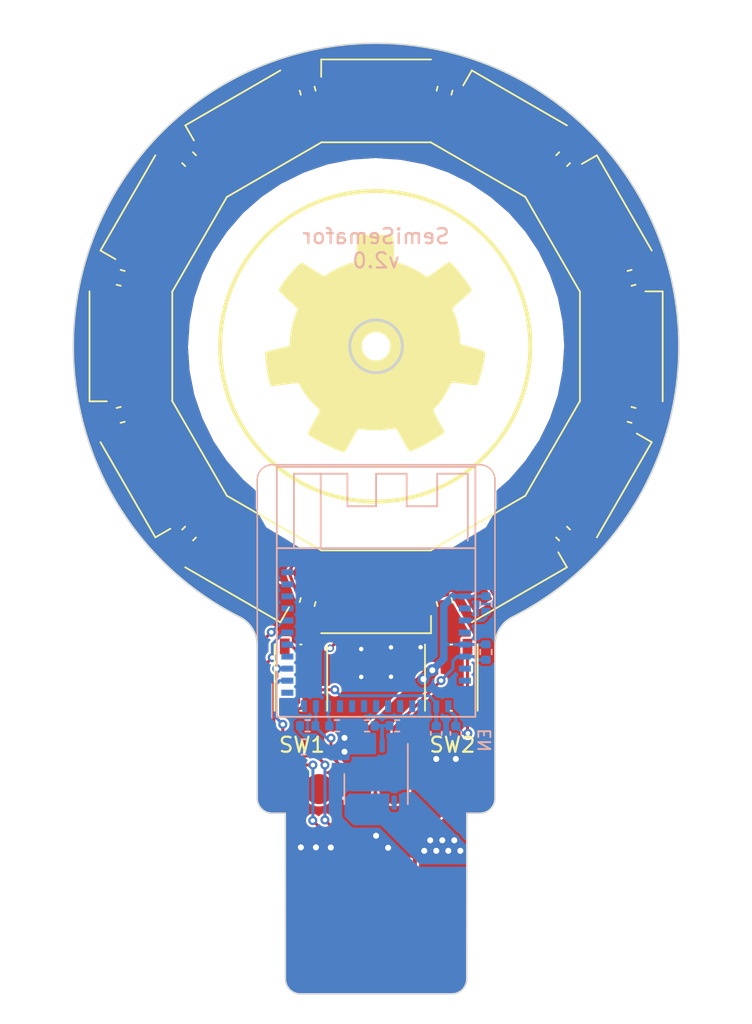
<source format=kicad_pcb>
(kicad_pcb (version 20221018) (generator pcbnew)
  (layers (0 "F.Cu" signal) (31 "B.Cu" signal) (34 "B.Paste" user) (35 "F.Paste" user) (36 "B.SilkS" user "B.Silkscreen") (37 "F.SilkS" user "F.Silkscreen") (38 "B.Mask" user) (39 "F.Mask" user) (44 "Edge.Cuts" user))
  (net 0 "")
  (net 1 "+5V")
  (net 2 "GND")
  (net 3 "+3.3V")
  (net 4 "/EN")
  (net 5 "/USB-D-")
  (net 6 "/USB-D+")
  (net 7 "/SW2")
  (net 8 "/GPIO2")
  (net 9 "/SW1")
  (net 10 "Net-(D1-DOUT)")
  (net 11 "/I-LED")
  (net 12 "/BOOT")
  (net 13 "/TX0")
  (net 14 "/RX0")
  (net 15 "Net-(D1-DIN)")
  (net 16 "Net-(D2-DOUT)")
  (net 17 "Net-(D3-DOUT)")
  (net 18 "Net-(D4-DOUT)")
  (net 19 "Net-(U1-ADJ{slash}SENSE)")
  (net 27 "Net-(D6-DOUT)")
  (net 28 "Net-(D11-DOUT)")
  (net 29 "Net-(D7-DOUT)")
  (net 30 "Net-(D8-DOUT)")
  (net 31 "Net-(D10-DIN)")
  (net 32 "Net-(D10-DOUT)")
  (net 34 "Net-(D5-DOUT)")
  (footprint "Capacitor_SMD:C_0603_1608Metric" (layer "F.Cu") (at 133.02 75.45 165)
    (fp_text reference "C4" hide)
    (fp_text value "100n" hide)
  )
  (footprint "LED_SMD:LED_WS2812B_PLCC4_5.0x5.0mm_P3.2mm" (layer "F.Cu") (at 135.883786 71.85 -120)
    (fp_text reference "D5" hide)
    (fp_text value "WS2812B" hide)
  )
  (footprint "Capacitor_SMD:C_0603_1608Metric" (layer "F.Cu") (at 154.55 63.02 75)
    (fp_text reference "C10" hide)
    (fp_text value "100n" hide)
  )
  (footprint "Button_Switch_SMD:SW_Push_1P1T_NO_Vertical_Wuerth_434133025816" (layer "F.Cu") (at 155 102 90)
    (fp_text reference "SW1" hide)
    (fp_text value "SW_DIP_x01" hide)
  )
  (footprint "Capacitor_SMD:C_0603_1608Metric" (layer "F.Cu") (at 133.019889 84.549584 -165)
    (fp_text reference "C3" hide)
    (fp_text value "100n" hide)
  )
  (footprint "LED_SMD:LED_WS2812B_PLCC4_5.0x5.0mm_P3.2mm" (layer "F.Cu") (at 141.85 65.883786 -150)
    (fp_text reference "D6" hide)
    (fp_text value "WS2812B" hide)
  )
  (footprint "Capacitor_SMD:C_0603_1608Metric" (layer "F.Cu") (at 145.45 96.98 -105)
    (fp_text reference "C1" hide)
    (fp_text value "100n" hide)
  )
  (footprint "LED_SMD:LED_WS2812B_PLCC4_5.0x5.0mm_P3.2mm" (layer "F.Cu") (at 133.7 80 -90)
    (fp_text reference "D4" hide)
    (fp_text value "WS2812B" hide)
  )
  (footprint "Capacitor_SMD:C_0603_1608Metric" (layer "F.Cu") (at 166.98 84.55 -15)
    (fp_text reference "C13" hide)
    (fp_text value "100n" hide)
  )
  (footprint "Capacitor_SMD:C_0603_1608Metric" (layer "F.Cu") (at 137.569889 67.569584 135)
    (fp_text reference "C5" hide)
    (fp_text value "100n" hide)
  )
  (footprint "LED_SMD:LED_WS2812B_PLCC4_5.0x5.0mm_P3.2mm" (layer "F.Cu") (at 141.85 94.116214 -30)
    (fp_text reference "D2" hide)
    (fp_text value "WS2812B" hide)
  )
  (footprint "LED_SMD:LED_WS2812B_PLCC4_5.0x5.0mm_P3.2mm" (layer "F.Cu") (at 166.3 80 90)
    (fp_text reference "D10" hide)
    (fp_text value "WS2812B" hide)
  )
  (footprint "Robotarna_KiCad_Library:ESP-Programing_conector" (layer "F.Cu") (at 156.2 109.4 180)
    (fp_text reference "J2" hide)
    (fp_text value "ESP-Programing_conector" hide)
  )
  (footprint "LED_SMD:LED_WS2812B_PLCC4_5.0x5.0mm_P3.2mm" (layer "F.Cu") (at 164.116214 88.15 60)
    (fp_text reference "D11" hide)
    (fp_text value "WS2812B" hide)
  )
  (footprint "Capacitor_SMD:C_0603_1608Metric" (layer "F.Cu") (at 162.430416 67.569889 45)
    (fp_text reference "C11" hide)
    (fp_text value "100n" hide)
  )
  (footprint "Capacitor_SMD:C_0603_1608Metric" (layer "F.Cu") (at 154.549584 96.980111 -75)
    (fp_text reference "C15" hide)
    (fp_text value "100n" hide)
  )
  (footprint "LED_SMD:LED_WS2812B_PLCC4_5.0x5.0mm_P3.2mm" (layer "F.Cu") (at 164.116214 71.85 120)
    (fp_text reference "D9" hide)
    (fp_text value "WS2812B" hide)
  )
  (footprint "Inductor_SMD:L_0201_0603Metric" (layer "F.Cu") (at 149 99.5)
    (fp_text reference "FB1" hide)
    (fp_text value "FerriteBead" hide)
  )
  (footprint "LED_SMD:LED_WS2812B_PLCC4_5.0x5.0mm_P3.2mm" (layer "F.Cu") (at 158.15 94.116214 30)
    (fp_text reference "D12" hide)
    (fp_text value "WS2812B" hide)
  )
  (footprint "Capacitor_SMD:C_0603_1608Metric" (layer "F.Cu") (at 145.450416 63.019889 105)
    (fp_text reference "C9" hide)
    (fp_text value "100n" hide)
  )
  (footprint "Robotarna_KiCad_Library:usb-PCB" (layer "F.Cu") (at 150 123)
    (fp_text reference "J1" hide)
    (fp_text value "USB_PCB" hide)
  )
  (footprint "Capacitor_SMD:C_0603_1608Metric" (layer "F.Cu") (at 137.569584 92.430111 -135)
    (fp_text reference "C2" hide)
    (fp_text value "100n" hide)
  )
  (footprint "LED_SMD:LED_WS2812B_PLCC4_5.0x5.0mm_P3.2mm" (layer "F.Cu") (at 158.15 65.883786 150)
    (fp_text reference "D8" hide)
    (fp_text value "WS2812B" hide)
  )
  (footprint "Capacitor_SMD:C_0603_1608Metric" (layer "F.Cu") (at 162.430111 92.430416 -45)
    (fp_text reference "C14" hide)
    (fp_text value "100n" hide)
  )
  (footprint "Capacitor_SMD:C_0603_1608Metric" (layer "F.Cu") (at 166.980111 75.450416 15)
    (fp_text reference "C12" hide)
    (fp_text value "100n" hide)
  )
  (footprint "LED_SMD:LED_WS2812B_PLCC4_5.0x5.0mm_P3.2mm" (layer "F.Cu") (at 150 63.7 180)
    (fp_text reference "D7" hide)
    (fp_text value "WS2812B" hide)
  )
  (footprint "Button_Switch_SMD:SW_Push_1P1T_NO_Vertical_Wuerth_434133025816" (layer "F.Cu") (at 145 102 -90)
    (fp_text reference "SW2" hide)
    (fp_text value "SW_DIP_x01" hide)
  )
  (footprint "LED_SMD:LED_WS2812B_PLCC4_5.0x5.0mm_P3.2mm" (layer "F.Cu") (at 135.883786 88.15 -60)
    (fp_text reference "D3" hide)
    (fp_text value "WS2812B" hide)
  )
  (footprint "LED_SMD:LED_WS2812B_PLCC4_5.0x5.0mm_P3.2mm" (layer "F.Cu") (at 150 96.3)
    (fp_text reference "D1" hide)
    (fp_text value "WS2812B" hide)
  )
  (footprint "Resistor_SMD:R_0402_1005Metric" (layer "B.Cu") (at 157.3 97.11 90)
    (fp_text reference "R4" hide)
    (fp_text value "10k" hide)
  )
  (footprint "Capacitor_SMD:C_0603_1608Metric" (layer "B.Cu") (at 145.175 106.6 180)
    (fp_text reference "C6" hide)
    (fp_text value "10u" hide)
  )
  (footprint "Resistor_SMD:R_0402_1005Metric" (layer "B.Cu") (at 145.45 105.2 180)
    (fp_text reference "R2" hide)
    (fp_text value "10k" hide)
  )
  (footprint "Resistor_SMD:R_0402_1005Metric" (layer "B.Cu") (at 157.3 100.3 90)
    (fp_text reference "R5" hide)
    (fp_text value "10k" hide)
  )
  (footprint "Resistor_SMD:R_0402_1005Metric" (layer "B.Cu") (at 149.4 105.2 180)
    (fp_text reference "R11" hide)
    (fp_text value "56k" hide)
  )
  (footprint "Capacitor_SMD:C_0402_1005Metric" (layer "B.Cu") (at 155.3 105.7 -90)
    (fp_text reference "C8" hide)
    (fp_text value "1u" hide)
  )
  (footprint "Package_DFN_QFN:DFN-8-1EP_4x4mm_P0.8mm_EP2.3x3.24mm" (layer "B.Cu") (at 150 108.4 -90)
    (fp_text reference "U1" hide)
    (fp_text value "LD39200" hide)
  )
  (footprint "Resistor_SMD:R_0402_1005Metric" (layer "B.Cu") (at 151.4 105.2 180)
    (fp_text reference "R10" hide)
    (fp_text value "10k" hide)
  )
  (footprint "Resistor_SMD:R_0402_1005Metric" (layer "B.Cu") (at 147.4 105.2)
    (fp_text reference "R3" hide)
    (fp_text value "10k" hide)
  )
  (footprint "Capacitor_SMD:C_0402_1005Metric" (layer "B.Cu") (at 154 105.7 -90)
    (fp_text reference "C7" hide)
    (fp_text value "1u" hide)
  )
  (footprint "Robotarna_KiCad_Library:ESP32-C3-MINI-1" (layer "B.Cu") (at 150 99 180)
    (fp_text reference "U2" hide)
    (fp_text value "ESP32-C3-MINI-1" hide)
  )
  (gr_line (start 157.9 88.86) (end 157.9 100) (stroke (width 0.1)) (layer "B.SilkS"))
  (gr_arc (start 156.9 87.86) (mid 157.607107 88.152893) (end 157.9 88.86) (stroke (width 0.1)) (layer "B.SilkS"))
  (gr_line (start 142.1 99.9) (end 142.1 88.86) (stroke (width 0.1)) (layer "B.SilkS"))
  (gr_arc (start 142.1 88.86) (mid 142.392893 88.152893) (end 143.1 87.86) (stroke (width 0.1)) (layer "B.SilkS"))
  (gr_line (start 143.1 87.86) (end 156.9 87.86) (stroke (width 0.1)) (layer "B.SilkS"))
  (gr_line (start 148.583662 74.375762) (end 148.594145 74.358696) (stroke (width 0.005)) (layer "F.SilkS"))
  (gr_line (start 150 80.935895) (end 149.951733 80.934675) (stroke (width 0.005)) (layer "F.SilkS"))
  (gr_line (start 149.135524 85.527116) (end 149.003976 85.50714) (stroke (width 0.005)) (layer "F.SilkS"))
  (gr_line (start 150.14284 79.070807) (end 150.189029 79.079056) (stroke (width 0.005)) (layer "F.SilkS"))
  (gr_line (start 156.92092 82.065356) (end 156.842878 82.317375) (stroke (width 0.005)) (layer "F.SilkS"))
  (gr_line (start 155.361803 78.238037) (end 155.403225 78.37685) (stroke (width 0.005)) (layer "F.SilkS"))
  (gr_line (start 144.175807 88.54703) (end 143.771505 88.259524) (stroke (width 0.264583)) (layer "F.SilkS"))
  (gr_line (start 140.873904 84.911422) (end 140.646173 84.466783) (stroke (width 0.264583)) (layer "F.SilkS"))
  (gr_line (start 155.987491 76.668416) (end 155.739638 76.886942) (stroke (width 0.005)) (layer "F.SilkS"))
  (gr_line (start 155.430807 82.435558) (end 155.298571 82.422317) (stroke (width 0.005)) (layer "F.SilkS"))
  (gr_line (start 155.601226 79.808771) (end 155.601228 79.808771) (stroke (width 0.005)) (layer "F.SilkS"))
  (gr_line (start 152.019675 90.098674) (end 151.511856 90.189361) (stroke (width 0.264583)) (layer "F.SilkS"))
  (gr_line (start 156.342623 82.568724) (end 156.198748 82.550076) (stroke (width 0.005)) (layer "F.SilkS"))
  (gr_line (start 154.635189 74.505404) (end 154.734663 74.443236) (stroke (width 0.005)) (layer "F.SilkS"))
  (gr_line (start 139.953938 82.573209) (end 139.838791 82.074301) (stroke (width 0.264583)) (layer "F.SilkS"))
  (gr_line (start 151.224802 74.20332) (end 151.238619 74.294766) (stroke (width 0.005)) (layer "F.SilkS"))
  (gr_line (start 155.593516 79.51798) (end 155.599391 79.663223) (stroke (width 0.005)) (layer "F.SilkS"))
  (gr_line (start 158.760632 74.648828) (end 159.008935 75.08067) (stroke (width 0.264583)) (layer "F.SilkS"))
  (gr_line (start 153.743424 75.160872) (end 153.867817 75.070625) (stroke (width 0.005)) (layer "F.SilkS"))
  (gr_line (start 150.14284 80.925088) (end 150.0959 80.931053) (stroke (width 0.005)) (layer "F.SilkS"))
  (gr_line (start 156.198748 82.550076) (end 155.887971 82.50256) (stroke (width 0.005)) (layer "F.SilkS"))
  (gr_line (start 155.707032 88.54703) (end 155.288637 88.815258) (stroke (width 0.264583)) (layer "F.SilkS"))
  (gr_line (start 155.316524 78.100347) (end 155.361803 78.238037) (stroke (width 0.005)) (layer "F.SilkS"))
  (gr_line (start 157.898764 86.555521) (end 157.574649 86.929692) (stroke (width 0.264583)) (layer "F.SilkS"))
  (gr_line (start 149.104221 79.719031) (end 149.118967 79.67545) (stroke (width 0.005)) (layer "F.SilkS"))
  (gr_line (start 157.574649 73.062399) (end 157.898764 73.43657) (stroke (width 0.264583)) (layer "F.SilkS"))
  (gr_line (start 145.278117 74.542322) (end 145.394194 74.611841) (stroke (width 0.005)) (layer "F.SilkS"))
  (gr_line (start 150.802158 80.484308) (end 150.777761 80.522363) (stroke (width 0.005)) (layer "F.SilkS"))
  (gr_line (start 152.250614 86.978942) (end 152.225532 86.962253) (stroke (width 0.005)) (layer "F.SilkS"))
  (gr_line (start 153.459923 86.42203) (end 153.135025 86.600128) (stroke (width 0.005)) (layer "F.SilkS"))
  (gr_line (start 148.370983 90.189361) (end 147.863165 90.098674) (stroke (width 0.264583)) (layer "F.SilkS"))
  (gr_line (start 150.406639 79.152492) (end 150.447082 79.173205) (stroke (width 0.005)) (layer "F.SilkS"))
  (gr_line (start 144.593613 77.987202) (end 144.646593 77.846011) (stroke (width 0.005)) (layer "F.SilkS"))
  (gr_line (start 144.27664 79.454162) (end 144.29067 79.304132) (stroke (width 0.005)) (layer "F.SilkS"))
  (gr_line (start 158.204898 86.16596) (end 157.898764 86.555521) (stroke (width 0.264583)) (layer "F.SilkS"))
  (gr_line (start 151.462546 85.693393) (end 151.395283 85.594586) (stroke (width 0.005)) (layer "F.SilkS"))
  (gr_line (start 151.968661 74.598805) (end 152.10161 74.652097) (stroke (width 0.005)) (layer "F.SilkS"))
  (gr_line (start 147.863165 69.893417) (end 148.370983 69.80273) (stroke (width 0.264583)) (layer "F.SilkS"))
  (gr_line (start 146.395762 89.682443) (end 145.927471 89.497802) (stroke (width 0.264583)) (layer "F.SilkS"))
  (gr_line (start 149.248389 79.436759) (end 149.276234 79.401326) (stroke (width 0.005)) (layer "F.SilkS"))
  (gr_line (start 155.504159 78.799211) (end 155.529967 78.9417) (stroke (width 0.005)) (layer "F.SilkS"))
  (gr_line (start 144.723728 77.480124) (end 144.664107 77.40986) (stroke (width 0.005)) (layer "F.SilkS"))
  (gr_line (start 159.443176 84.009994) (end 159.236666 84.466783) (stroke (width 0.264583)) (layer "F.SilkS"))
  (gr_line (start 150.234408 79.089529) (end 150.278917 79.102168) (stroke (width 0.005)) (layer "F.SilkS"))
  (gr_line (start 151.215491 74.087197) (end 151.224802 74.20332) (stroke (width 0.005)) (layer "F.SilkS"))
  (gr_line (start 150.723766 80.59457) (end 150.694286 80.628603) (stroke (width 0.005)) (layer "F.SilkS"))
  (gr_line (start 149.438811 79.246337) (end 149.475584 79.220187) (stroke (width 0.005)) (layer "F.SilkS"))
  (gr_line (start 155.121074 74.598161) (end 155.319795 74.81336) (stroke (width 0.005)) (layer "F.SilkS"))
  (gr_line (start 151.123153 72.715824) (end 151.137155 72.762342) (stroke (width 0.005)) (layer "F.SilkS"))
  (gr_line (start 150.561189 80.749558) (end 150.524416 80.775709) (stroke (width 0.005)) (layer "F.SilkS"))
  (gr_line (start 158.492404 85.761658) (end 158.204898 86.16596) (stroke (width 0.264583)) (layer "F.SilkS"))
  (gr_line (start 158.204898 73.826131) (end 158.492404 74.230433) (stroke (width 0.264583)) (layer "F.SilkS"))
  (gr_line (start 145.952082 86.169932) (end 145.671329 86.00155) (stroke (width 0.005)) (layer "F.SilkS"))
  (gr_line (start 150.630655 79.303662) (end 150.663229 79.334718) (stroke (width 0.005)) (layer "F.SilkS"))
  (gr_line (start 150.585861 85.550336) (end 150.422525 85.563364) (stroke (width 0.005)) (layer "F.SilkS"))
  (gr_line (start 153.135025 86.600128) (end 152.821677 86.760366) (stroke (width 0.005)) (layer "F.SilkS"))
  (gr_line (start 148.57257 74.383491) (end 148.583662 74.375762) (stroke (width 0.005)) (layer "F.SilkS"))
  (gr_line (start 150.048267 79.06122) (end 150.0959 79.064842) (stroke (width 0.005)) (layer "F.SilkS"))
  (gr_line (start 140.873904 75.08067) (end 141.122207 74.648828) (stroke (width 0.264583)) (layer "F.SilkS"))
  (gr_line (start 153.846282 84.169207) (end 153.839772 84.193265) (stroke (width 0.005)) (layer "F.SilkS"))
  (gr_line (start 160.253554 79.996046) (end 160.240136 80.526707) (stroke (width 0.264583)) (layer "F.SilkS"))
  (gr_line (start 146.583229 75.314881) (end 146.598781 75.309531) (stroke (width 0.005)) (layer "F.SilkS"))
  (gr_line (start 143.693451 76.485395) (end 143.613895 76.401456) (stroke (width 0.005)) (layer "F.SilkS"))
  (gr_line (start 158.492404 74.230433) (end 158.760632 74.648828) (stroke (width 0.264583)) (layer "F.SilkS"))
  (gr_line (start 148.594145 74.358696) (end 148.613457 74.299053) (stroke (width 0.005)) (layer "F.SilkS"))
  (gr_line (start 160.240136 79.465384) (end 160.253554 79.996046) (stroke (width 0.264583)) (layer "F.SilkS"))
  (gr_line (start 156.338834 76.31384) (end 156.280162 76.385833) (stroke (width 0.005)) (layer "F.SilkS"))
  (gr_line (start 145.79362 74.869) (end 146.066464 75.046757) (stroke (width 0.005)) (layer "F.SilkS"))
  (gr_line (start 154.222626 83.778637) (end 154.140739 83.874359) (stroke (width 0.005)) (layer "F.SilkS"))
  (gr_line (start 145.443875 85.850531) (end 146.237625 84.219374) (stroke (width 0.005)) (layer "F.SilkS"))
  (gr_line (start 148.047002 74.541957) (end 148.176744 74.497607) (stroke (width 0.005)) (layer "F.SilkS"))
  (gr_line (start 157.26173 80.395841) (end 157.265456 80.414667) (stroke (width 0.005)) (layer "F.SilkS"))
  (gr_line (start 147.858198 87.051739) (end 147.732602 87.012902) (stroke (width 0.005)) (layer "F.SilkS"))
  (gr_line (start 155.474421 78.657519) (end 155.504159 78.799211) (stroke (width 0.005)) (layer "F.SilkS"))
  (gr_line (start 145.026044 89.063561) (end 144.594202 88.815258) (stroke (width 0.264583)) (layer "F.SilkS"))
  (gr_line (start 153.444654 75.347704) (end 153.528422 75.303268) (stroke (width 0.005)) (layer "F.SilkS"))
  (gr_line (start 150.278917 79.102168) (end 150.322498 79.116914) (stroke (width 0.005)) (layer "F.SilkS"))
  (gr_line (start 147.863165 90.098674) (end 147.364256 89.983527) (stroke (width 0.264583)) (layer "F.SilkS"))
  (gr_line (start 143.771505 88.259524) (end 143.381944 87.95339) (stroke (width 0.264583)) (layer "F.SilkS"))
  (gr_line (start 149.104221 80.276865) (end 149.091582 80.232356) (stroke (width 0.005)) (layer "F.SilkS"))
  (gr_line (start 150.995775 69.737151) (end 151.511856 69.80273) (stroke (width 0.264583)) (layer "F.SilkS"))
  (gr_line (start 155.403225 78.37685) (end 155.44077 78.516705) (stroke (width 0.005)) (layer "F.SilkS"))
  (gr_line (start 150.918891 80.186977) (end 150.908418 80.232356) (stroke (width 0.005)) (layer "F.SilkS"))
  (gr_line (start 154.026612 84.702686) (end 154.174463 84.977902) (stroke (width 0.005)) (layer "F.SilkS"))
  (gr_line (start 149.410758 69.697329) (end 149.94142 69.683911) (stroke (width 0.264583)) (layer "F.SilkS"))
  (gr_line (start 155.288637 88.815258) (end 154.856796 89.063561) (stroke (width 0.264583)) (layer "F.SilkS"))
  (gr_line (start 149.677502 79.116914) (end 149.721083 79.102168) (stroke (width 0.005)) (layer "F.SilkS"))
  (gr_line (start 142.833431 82.130118) (end 142.802776 81.989797) (stroke (width 0.005)) (layer "F.SilkS"))
  (gr_line (start 140.646173 75.525308) (end 140.873904 75.08067) (stroke (width 0.264583)) (layer "F.SilkS"))
  (gr_line (start 144.093173 75.396194) (end 144.184693 75.281898) (stroke (width 0.005)) (layer "F.SilkS"))
  (gr_line (start 146.560935 75.313853) (end 146.583229 75.314881) (stroke (width 0.005)) (layer "F.SilkS"))
  (gr_line (start 157.248728 80.376367) (end 157.26173 80.395841) (stroke (width 0.005)) (layer "F.SilkS"))
  (gr_line (start 144.594202 71.176833) (end 145.026044 70.92853) (stroke (width 0.264583)) (layer "F.SilkS"))
  (gr_line (start 143.381944 87.95339) (end 143.007773 87.629275) (stroke (width 0.264583)) (layer "F.SilkS"))
  (gr_line (start 154.630089 83.164396) (end 154.569119 83.271966) (stroke (width 0.005)) (layer "F.SilkS"))
  (gr_line (start 145.373646 83.309326) (end 145.292175 83.196017) (stroke (width 0.005)) (layer "F.SilkS"))
  (gr_line (start 155.739638 76.886942) (end 155.491102 77.105903) (stroke (width 0.005)) (layer "F.SilkS"))
  (gr_line (start 152.518583 70.008564) (end 153.007933 70.147524) (stroke (width 0.264583)) (layer "F.SilkS"))
  (gr_line (start 150.845456 80.404587) (end 150.824742 80.445029) (stroke (width 0.005)) (layer "F.SilkS"))
  (gr_line (start 148.757119 72.884604) (end 148.774043 72.771222) (stroke (width 0.005)) (layer "F.SilkS"))
  (gr_line (start 156.737825 82.562857) (end 156.710026 82.57324) (stroke (width 0.005)) (layer "F.SilkS"))
  (gr_line (start 145.138525 82.962817) (end 145.066441 82.843048) (stroke (width 0.005)) (layer "F.SilkS"))
  (gr_line (start 159.443176 75.982097) (end 159.627817 76.450388) (stroke (width 0.264583)) (layer "F.SilkS"))
  (gr_line (start 146.130581 84.128746) (end 146.026186 84.035353) (stroke (width 0.005)) (layer "F.SilkS"))
  (gr_line (start 142.802776 81.989797) (end 142.774726 81.844921) (stroke (width 0.005)) (layer "F.SilkS"))
  (gr_line (start 149.081108 79.808919) (end 149.091582 79.76354) (stroke (width 0.005)) (layer "F.SilkS"))
  (gr_line (start 149.276234 79.401326) (end 149.305714 79.367293) (stroke (width 0.005)) (layer "F.SilkS"))
  (gr_line (start 149.305714 79.367293) (end 149.336771 79.334718) (stroke (width 0.005)) (layer "F.SilkS"))
  (gr_line (start 150.422525 85.563364) (end 150.258934 85.572984) (stroke (width 0.005)) (layer "F.SilkS"))
  (gr_line (start 150.189029 79.079056) (end 150.234408 79.089529) (stroke (width 0.005)) (layer "F.SilkS"))
  (gr_line (start 144.886686 74.535084) (end 144.995407 74.436406) (stroke (width 0.005)) (layer "F.SilkS"))
  (gr_line (start 151.073815 85.490852) (end 150.911559 85.514075) (stroke (width 0.005)) (layer "F.SilkS"))
  (gr_line (start 144.37728 77.126588) (end 144.137832 76.905286) (stroke (width 0.005)) (layer "F.SilkS"))
  (gr_line (start 149.951733 79.06122) (end 150 79.06) (stroke (width 0.005)) (layer "F.SilkS"))
  (gr_line (start 142.649639 87.287826) (end 142.30819 86.929692) (stroke (width 0.264583)) (layer "F.SilkS"))
  (gr_line (start 154.521894 74.583152) (end 154.635189 74.505404) (stroke (width 0.005)) (layer "F.SilkS"))
  (gr_line (start 159.627817 83.541703) (end 159.443176 84.009994) (stroke (width 0.264583)) (layer "F.SilkS"))
  (gr_line (start 144.765072 77.553264) (end 144.758398 77.53365) (stroke (width 0.005)) (layer "F.SilkS"))
  (gr_line (start 150.74889 85.533905) (end 150.585861 85.550336) (stroke (width 0.005)) (layer "F.SilkS"))
  (gr_line (start 155.054125 82.42795) (end 155.024441 82.437706) (stroke (width 0.005)) (layer "F.SilkS"))
  (gr_line (start 149.765592 79.089529) (end 149.810971 79.079056) (stroke (width 0.005)) (layer "F.SilkS"))
  (gr_line (start 153.341685 75.36377) (end 153.358288 75.370059) (stroke (width 0.005)) (layer "F.SilkS"))
  (gr_line (start 143.592743 76.118629) (end 143.670215 75.994026) (stroke (width 0.005)) (layer "F.SilkS"))
  (gr_line (start 149.175258 79.550866) (end 149.197842 79.511588) (stroke (width 0.005)) (layer "F.SilkS"))
  (gr_line (start 151.306369 85.493648) (end 151.280554 85.475075) (stroke (width 0.005)) (layer "F.SilkS"))
  (gr_line (start 144.86973 82.471802) (end 142.984574 82.621293) (stroke (width 0.005)) (layer "F.SilkS"))
  (gr_line (start 153.955368 89.497802) (end 153.487077 89.682443) (stroke (width 0.264583)) (layer "F.SilkS"))
  (gr_line (start 149.118967 79.67545) (end 149.135761 79.632856) (stroke (width 0.005)) (layer "F.SilkS"))
  (gr_line (start 155.529967 78.9417) (end 155.551824 79.084903) (stroke (width 0.005)) (layer "F.SilkS"))
  (gr_line (start 155.157722 77.694835) (end 155.214465 77.828664) (stroke (width 0.005)) (layer "F.SilkS"))
  (gr_line (start 150.322498 79.116914) (end 150.365092 79.133708) (stroke (width 0.005)) (layer "F.SilkS"))
  (gr_line (start 152.743538 74.968056) (end 152.866921 75.040938) (stroke (width 0.005)) (layer "F.SilkS"))
  (gr_line (start 150.908418 80.232356) (end 150.895779 80.276865) (stroke (width 0.005)) (layer "F.SilkS"))
  (gr_line (start 155.288637 71.176833) (end 155.707032 71.445061) (stroke (width 0.264583)) (layer "F.SilkS"))
  (gr_line (start 149.677502 80.878981) (end 149.634908 80.862187) (stroke (width 0.005)) (layer "F.SilkS"))
  (gr_line (start 150.322498 80.878981) (end 150.278917 80.893727) (stroke (width 0.005)) (layer "F.SilkS"))
  (gr_line (start 146.953835 86.691202) (end 146.609365 86.523564) (stroke (width 0.005)) (layer "F.SilkS"))
  (gr_line (start 157.200221 80.912641) (end 157.143139 81.198921) (stroke (width 0.005)) (layer "F.SilkS"))
  (gr_line (start 150.365092 80.862187) (end 150.322498 80.878981) (stroke (width 0.005)) (layer "F.SilkS"))
  (gr_line (start 147.445241 86.906422) (end 147.287484 86.840982) (stroke (width 0.005)) (layer "F.SilkS"))
  (gr_line (start 145.521211 74.69174) (end 145.79362 74.869) (stroke (width 0.005)) (layer "F.SilkS"))
  (gr_line (start 150.933105 80.093848) (end 150.92714 80.140788) (stroke (width 0.005)) (layer "F.SilkS"))
  (gr_line (start 151.511856 90.189361) (end 150.995775 90.25494) (stroke (width 0.264583)) (layer "F.SilkS"))
  (gr_line (start 151.205603 73.80106) (end 151.215491 74.087197) (stroke (width 0.005)) (layer "F.SilkS"))
  (gr_line (start 150.864239 80.36304) (end 150.845456 80.404587) (stroke (width 0.005)) (layer "F.SilkS"))
  (gr_line (start 159.928901 77.418882) (end 160.044048 77.917791) (stroke (width 0.264583)) (layer "F.SilkS"))
  (gr_line (start 149.003976 85.50714) (end 148.872877 85.484084) (stroke (width 0.005)) (layer "F.SilkS"))
  (gr_line (start 150 79.06) (end 150.048267 79.06122) (stroke (width 0.005)) (layer "F.SilkS"))
  (gr_line (start 155.09095 82.421402) (end 155.054125 82.42795) (stroke (width 0.005)) (layer "F.SilkS"))
  (gr_line (start 152.13849 86.866129) (end 152.072203 86.769834) (stroke (width 0.005)) (layer "F.SilkS"))
  (gr_line (start 143.771505 71.732566) (end 144.175807 71.445061) (stroke (width 0.264583)) (layer "F.SilkS"))
  (gr_line (start 145.470682 70.700799) (end 145.927471 70.494289) (stroke (width 0.264583)) (layer "F.SilkS"))
  (gr_line (start 145.059476 74.436367) (end 145.093222 74.448095) (stroke (width 0.005)) (layer "F.SilkS"))
  (gr_line (start 150.751611 79.436759) (end 150.777761 79.473532) (stroke (width 0.005)) (layer "F.SilkS"))
  (gr_line (start 146.609365 86.523564) (end 146.270104 86.346872) (stroke (width 0.005)) (layer "F.SilkS"))
  (gr_line (start 151.270407 74.374653) (end 151.284552 74.383489) (stroke (width 0.005)) (layer "F.SilkS"))
  (gr_line (start 143.381944 72.038701) (end 143.771505 71.732566) (stroke (width 0.264583)) (layer "F.SilkS"))
  (gr_line (start 151.698702 74.50236) (end 151.834338 74.548883) (stroke (width 0.005)) (layer "F.SilkS"))
  (gr_line (start 144.278459 75.169438) (end 144.374444 75.058845) (stroke (width 0.005)) (layer "F.SilkS"))
  (gr_line (start 150.936727 80.046215) (end 150.933105 80.093848) (stroke (width 0.005)) (layer "F.SilkS"))
  (gr_line (start 159.627817 76.450388) (end 159.789941 76.929532) (stroke (width 0.264583)) (layer "F.SilkS"))
  (gr_line (start 149.197842 79.511588) (end 149.222239 79.473532) (stroke (width 0.005)) (layer "F.SilkS"))
  (gr_line (start 149.475584 80.775709) (end 149.438811 80.749558) (stroke (width 0.005)) (layer "F.SilkS"))
  (gr_line (start 150.751611 80.559137) (end 150.723766 80.59457) (stroke (width 0.005)) (layer "F.SilkS"))
  (gr_line (start 142.774726 81.844921) (end 142.725944 81.546423) (stroke (width 0.005)) (layer "F.SilkS"))
  (gr_line (start 155.862938 79.913673) (end 156.437807 80.071534) (stroke (width 0.005)) (layer "F.SilkS"))
  (gr_line (start 154.540999 85.659743) (end 154.557771 85.713162) (stroke (width 0.005)) (layer "F.SilkS"))
  (gr_line (start 159.008935 84.911422) (end 158.760632 85.343263) (stroke (width 0.264583)) (layer "F.SilkS"))
  (gr_line (start 149.552918 80.82269) (end 149.51364 80.800106) (stroke (width 0.005)) (layer "F.SilkS"))
  (gr_line (start 150.881033 80.320446) (end 150.864239 80.36304) (stroke (width 0.005)) (layer "F.SilkS"))
  (gr_line (start 153.858948 84.151906) (end 153.846282 84.169207) (stroke (width 0.005)) (layer "F.SilkS"))
  (gr_line (start 151.610581 85.944443) (end 151.534731 85.811657) (stroke (width 0.005)) (layer "F.SilkS"))
  (gr_line (start 154.748567 82.942306) (end 154.630089 83.164396) (stroke (width 0.005)) (layer "F.SilkS"))
  (gr_line (start 141.122207 85.343263) (end 140.873904 84.911422) (stroke (width 0.264583)) (layer "F.SilkS"))
  (gr_line (start 151.925471 86.522133) (end 151.768243 86.233846) (stroke (width 0.005)) (layer "F.SilkS"))
  (gr_line (start 146.874906 70.147524) (end 147.364256 70.008564) (stroke (width 0.264583)) (layer "F.SilkS"))
  (gr_line (start 151.187283 73.154184) (end 151.199388 73.47663) (stroke (width 0.005)) (layer "F.SilkS"))
  (gr_line (start 144.594202 88.815258) (end 144.175807 88.54703) (stroke (width 0.264583)) (layer "F.SilkS"))
  (gr_line (start 151.068474 72.621068) (end 151.088962 72.644558) (stroke (width 0.005)) (layer "F.SilkS"))
  (gr_line (start 142.903049 82.392185) (end 142.866814 82.264657) (stroke (width 0.005)) (layer "F.SilkS"))
  (gr_line (start 149.9041 80.931053) (end 149.85716 80.925088) (stroke (width 0.005)) (layer "F.SilkS"))
  (gr_line (start 157.227068 80.356308) (end 157.248728 80.376367) (stroke (width 0.005)) (layer "F.SilkS"))
  (gr_line (start 159.236666 84.466783) (end 159.008935 84.911422) (stroke (width 0.264583)) (layer "F.SilkS"))
  (gr_line (start 150.936727 79.949681) (end 150.937947 79.997948) (stroke (width 0.005)) (layer "F.SilkS"))
  (gr_line (start 152.233122 74.708729) (end 152.363133 74.768671) (stroke (width 0.005)) (layer "F.SilkS"))
  (gr_line (start 143.670215 75.994026) (end 143.750096 75.871057) (stroke (width 0.005)) (layer "F.SilkS"))
  (gr_line (start 145.549938 85.92332) (end 145.443875 85.850531) (stroke (width 0.005)) (layer "F.SilkS"))
  (gr_line (start 143.555303 76.33152) (end 143.535173 76.302676) (stroke (width 0.005)) (layer "F.SilkS"))
  (gr_line (start 154.816896 74.400506) (end 154.850478 74.387634) (stroke (width 0.005)) (layer "F.SilkS"))
  (gr_line (start 154.080061 86.053928) (end 153.780293 86.236491) (stroke (width 0.005)) (layer "F.SilkS"))
  (gr_line (start 139.629285 79.996046) (end 139.642703 79.465384) (stroke (width 0.264583)) (layer "F.SilkS"))
  (gr_line (start 139.682525 81.050401) (end 139.642703 80.526707) (stroke (width 0.264583)) (layer "F.SilkS"))
  (gr_line (start 157.256484 80.52615) (end 157.242295 80.64729) (stroke (width 0.005)) (layer "F.SilkS"))
  (gr_line (start 150.278917 80.893727) (end 150.234408 80.906366) (stroke (width 0.005)) (layer "F.SilkS"))
  (gr_line (start 151.395283 85.594586) (end 151.3342 85.520168) (stroke (width 0.005)) (layer "F.SilkS"))
  (gr_line (start 143.517709 76.244833) (end 143.592743 76.118629) (stroke (width 0.005)) (layer "F.SilkS"))
  (gr_line (start 152.225532 86.962253) (end 152.198379 86.937477) (stroke (width 0.005)) (layer "F.SilkS"))
  (gr_line (start 151.768243 86.233846) (end 151.610581 85.944443) (stroke (width 0.005)) (layer "F.SilkS"))
  (gr_line (start 149.552918 79.173205) (end 149.593361 79.152492) (stroke (width 0.005)) (layer "F.SilkS"))
  (gr_line (start 150.933105 79.902048) (end 150.936727 79.949681) (stroke (width 0.005)) (layer "F.SilkS"))
  (gr_line (start 145.292175 83.196017) (end 145.213786 83.080493) (stroke (width 0.005)) (layer "F.SilkS"))
  (gr_line (start 154.878467 74.381068) (end 154.900436 74.381289) (stroke (width 0.005)) (layer "F.SilkS"))
  (gr_line (start 153.358288 75.370059) (end 153.381268 75.369157) (stroke (width 0.005)) (layer "F.SilkS"))
  (gr_line (start 150.234408 80.906366) (end 150.189029 80.91684) (stroke (width 0.005)) (layer "F.SilkS"))
  (gr_line (start 156.674945 82.580369) (end 156.58516 82.585859) (stroke (width 0.005)) (layer "F.SilkS"))
  (gr_line (start 156.757789 82.548971) (end 156.737825 82.562857) (stroke (width 0.005)) (layer "F.SilkS"))
  (gr_line (start 149.810971 79.079056) (end 149.85716 79.070807) (stroke (width 0.005)) (layer "F.SilkS"))
  (gr_line (start 155.002454 82.450918) (end 154.988718 82.467834) (stroke (width 0.005)) (layer "F.SilkS"))
  (gr_line (start 144.703375 77.706132) (end 144.763943 77.567645) (stroke (width 0.005)) (layer "F.SilkS"))
  (gr_line (start 153.4102 75.361544) (end 153.444654 75.347704) (stroke (width 0.005)) (layer "F.SilkS"))
  (gr_line (start 150.48636 79.19579) (end 150.524416 79.220187) (stroke (width 0.005)) (layer "F.SilkS"))
  (gr_line (start 159.008935 75.08067) (end 159.236666 75.525308) (stroke (width 0.264583)) (layer "F.SilkS"))
  (gr_poly (pts (xy 149.83296 72.589626) (xy 150.080539 72.592415) (xy 150.33114 72.59687) (xy 150.78475 72.60695) (xy 150.918476 72.612551) (xy 150.967032 72.616244) (xy 151.005274 72.620819) (xy 151.03462 72.62649) (xy 151.056487 72.633473) (xy 151.072294 72.641983) (xy 151.083458 72.652233) (xy 151.091398 72.664441) (xy 151.09753 72.678819) (xy 151.110045 72.71495) (xy 151.119441 72.741964) (xy 151.128079 72.771056) (xy 151.136012 72.8028) (xy 151.143288 72.837771) (xy 151.149959 72.876543) (xy 151.156073 72.91969) (xy 151.161682 72.967786) (xy 151.166836 73.021406) (xy 151.171584 73.081124) (xy 151.175978 73.147514) (xy 151.183899 73.302606) (xy 151.191003 73.491278) (xy 151.19769 73.718122) (xy 151.20712 74.005568) (xy 151.212363 74.110977) (xy 151.218268 74.194445) (xy 151.225067 74.25867) (xy 151.232992 74.306354) (xy 151.242275 74.340197) (xy 151.247499 74.352772) (xy 151.25315 74.362899) (xy 151.254318 74.364567) (xy 151.255646 74.366228) (xy 151.257137 74.367885) (xy 151.258791 74.369536) (xy 151.260611 74.371184) (xy 151.262598 74.372829) (xy 151.264755 74.374472) (xy 151.267084 74.376114) (xy 151.272263 74.379397) (xy 151.278151 74.382685) (xy 151.284764 74.385984) (xy 151.292115 74.3893) (xy 151.300221 74.392642) (xy 151.309096 74.396014) (xy 151.318756 74.399423) (xy 151.329217 74.402877) (xy 151.340493 74.406381) (xy 151.352599 74.409943) (xy 151.365551 74.413568) (xy 151.379364 74.417263) (xy 151.501098 74.4508) (xy 151.622852 74.487614) (xy 151.744498 74.527644) (xy 151.865909 74.57083) (xy 151.986958 74.61711) (xy 152.107517 74.666425) (xy 152.227459 74.718714) (xy 152.346658 74.773915) (xy 152.464986 74.831969) (xy 152.582316 74.892815) (xy 152.69852 74.956392) (xy 152.813471 75.022639) (xy 152.927043 75.091496) (xy 153.039108 75.162903) (xy 153.149539 75.236797) (xy 153.258208 75.31312) (xy 153.278134 75.327255) (xy 153.29726 75.340441) (xy 153.315131 75.35239) (xy 153.331288 75.362813) (xy 153.345275 75.371421) (xy 153.356635 75.377927) (xy 153.364911 75.382042) (xy 153.36775 75.383112) (xy 153.369646 75.383476) (xy 153.376167 75.382614) (xy 153.385165 75.380113) (xy 153.396414 75.37609) (xy 153.409691 75.370664) (xy 153.424772 75.363951) (xy 153.441434 75.356069) (xy 153.478602 75.337266) (xy 153.519406 75.315194) (xy 153.562053 75.290792) (xy 153.604754 75.264999) (xy 153.625564 75.251874) (xy 153.645717 75.238753) (xy 153.675125 75.218631) (xy 153.717224 75.188903) (xy 153.831613 75.106361) (xy 153.973124 75.0026) (xy 154.125998 74.889094) (xy 154.305346 74.75582) (xy 154.454015 74.647152) (xy 154.575241 74.560971) (xy 154.672257 74.495158) (xy 154.748298 74.447594) (xy 154.779464 74.429993) (xy 154.806599 74.41616) (xy 154.830107 74.405829) (xy 154.850392 74.398737) (xy 154.86786 74.394618) (xy 154.882914 74.393207) (xy 154.89032 74.395017) (xy 154.900601 74.400467) (xy 154.929233 74.421662) (xy 154.967695 74.455545) (xy 155.014872 74.500866) (xy 155.069651 74.556378) (xy 155.130918 74.620832) (xy 155.268455 74.771573) (xy 155.418571 74.943101) (xy 155.57235 75.125429) (xy 155.720878 75.308572) (xy 155.790388 75.397327) (xy 155.855243 75.482541) (xy 155.944636 75.603875) (xy 156.033692 75.728222) (xy 156.118841 75.850248) (xy 156.196515 75.964616) (xy 156.263145 76.065992) (xy 156.315163 76.149039) (xy 156.349 76.208423) (xy 156.357985 76.227574) (xy 156.361087 76.238809) (xy 156.360618 76.245288) (xy 156.359174 76.252375) (xy 156.356724 76.260097) (xy 156.353239 76.268486) (xy 156.348691 76.27757) (xy 156.34305 76.287379) (xy 156.336287 76.297944) (xy 156.328373 76.309293) (xy 156.308974 76.334464) (xy 156.284621 76.36313) (xy 156.25508 76.395529) (xy 156.220118 76.431898) (xy 156.179501 76.472475) (xy 156.132996 76.517497) (xy 156.080371 76.567202) (xy 156.021391 76.621827) (xy 155.955823 76.68161) (xy 155.883434 76.746788) (xy 155.717259 76.894281) (xy 155.586537 77.010075) (xy 155.464016 77.119708) (xy 155.363435 77.210817) (xy 155.298533 77.27104) (xy 155.257683 77.311441) (xy 155.218699 77.352454) (xy 155.182685 77.392713) (xy 155.150744 77.430848) (xy 155.136646 77.448691) (xy 155.12398 77.465491) (xy 155.112884 77.481076) (xy 155.103496 77.495275) (xy 155.095954 77.507917) (xy 155.090397 77.518831) (xy 155.086961 77.527846) (xy 155.086082 77.531588) (xy 155.085785 77.53479) (xy 155.086228 77.537777) (xy 155.087527 77.54271) (xy 155.092518 77.557966) (xy 155.10041 77.57966) (xy 155.110852 77.606897) (xy 155.123493 77.63878) (xy 155.137985 77.674413) (xy 155.153977 77.712899) (xy 155.17112 77.753342) (xy 155.21714 77.864327) (xy 155.260487 77.975983) (xy 155.301164 78.088329) (xy 155.339175 78.20138) (xy 155.374523 78.315154) (xy 155.407212 78.429669) (xy 155.437247 78.54494) (xy 155.464631 78.660987) (xy 155.489368 78.777825) (xy 155.511462 78.895473) (xy 155.530916 79.013946) (xy 155.547735 79.133263) (xy 155.561922 79.25344) (xy 155.573481 79.374494) (xy 155.582416 79.496444) (xy 155.588731 79.619305) (xy 155.597186 79.827537) (xy 155.635554 79.845136) (xy 155.649107 79.851055) (xy 155.665023 79.857438) (xy 155.704816 79.871862) (xy 155.756674 79.888933) (xy 155.822338 79.909173) (xy 155.903552 79.933107) (xy 156.002055 79.961259) (xy 156.119591 79.994152) (xy 156.257901 80.032311) (xy 156.466296 80.090338) (xy 156.644363 80.141834) (xy 156.794627 80.187668) (xy 156.919614 80.228708) (xy 157.02185 80.265824) (xy 157.103859 80.299883) (xy 157.168169 80.331755) (xy 157.217303 80.362309) (xy 157.255982 80.389852) (xy 157.247727 80.507356) (xy 157.241206 80.580701) (xy 157.231445 80.662283) (xy 157.202828 80.847425) (xy 157.163124 81.05731) (xy 157.113582 81.286467) (xy 157.05545 81.529425) (xy 156.989974 81.780712) (xy 156.918404 82.034856) (xy 156.841987 82.286386) (xy 156.815661 82.369086) (xy 156.794622 82.432486) (xy 156.785634 82.457823) (xy 156.777426 82.479384) (xy 156.769818 82.49752) (xy 156.762628 82.512581) (xy 156.755676 82.524915) (xy 156.748782 82.534874) (xy 156.741765 82.542807) (xy 156.734444 82.549064) (xy 156.726639 82.553996) (xy 156.718168 82.557951) (xy 156.708852 82.56128) (xy 156.69851 82.564332) (xy 156.679224 82.569059) (xy 156.658432 82.572794) (xy 156.635522 82.575485) (xy 156.60988 82.577075) (xy 156.580892 82.577512) (xy 156.547946 82.576741) (xy 156.510428 82.574707) (xy 156.467726 82.571357) (xy 156.419225 82.566636) (xy 156.364312 82.56049) (xy 156.302374 82.552864) (xy 156.232799 82.543705) (xy 156.06828 82.520568) (xy 155.865849 82.490646) (xy 155.663325 82.460862) (xy 155.497968 82.438104) (xy 155.36509 82.422033) (xy 155.260007 82.412315) (xy 155.17803 82.408613) (xy 155.144243 82.408912) (xy 155.114475 82.41059) (xy 155.088141 82.413603) (xy 155.064654 82.41791) (xy 155.04343 82.423469) (xy 155.023882 82.430238) (xy 155.021529 82.431335) (xy 155.019038 82.432859) (xy 155.016396 82.434836) (xy 155.013587 82.437291) (xy 155.010597 82.440247) (xy 155.007411 82.443731) (xy 155.004016 82.447767) (xy 155.000397 82.45238) (xy 154.992428 82.463435) (xy 154.98339 82.477096) (xy 154.973166 82.493561) (xy 154.961642 82.513029) (xy 154.948702 82.535699) (xy 154.93423 82.561771) (xy 154.918111 82.591441) (xy 154.900229 82.624911) (xy 154.88047 82.662377) (xy 154.858718 82.70404) (xy 154.808772 82.800749) (xy 154.694714 83.019007) (xy 154.591935 83.206715) (xy 154.496862 83.369206) (xy 154.4511 83.442661) (xy 154.405925 83.511812) (xy 154.360891 83.577324) (xy 154.31555 83.639865) (xy 154.269458 83.7001) (xy 154.222167 83.758697) (xy 154.173231 83.816321) (xy 154.122204 83.873639) (xy 154.012088 83.990025) (xy 153.95532 84.048183) (xy 153.912206 84.093106) (xy 153.895183 84.111376) (xy 153.88087 84.127265) (xy 153.869032 84.141081) (xy 153.859436 84.153132) (xy 153.851847 84.163728) (xy 153.84603 84.173177) (xy 153.841751 84.181789) (xy 153.838775 84.189872) (xy 153.836869 84.197736) (xy 153.835798 84.205689) (xy 153.835327 84.21404) (xy 153.835222 84.223097) (xy 153.836563 84.247104) (xy 153.84068 84.274335) (xy 153.847714 84.305097) (xy 153.857809 84.3397) (xy 153.871105 84.378453) (xy 153.887746 84.421663) (xy 153.907872 84.46964) (xy 153.931626 84.522692) (xy 153.95915 84.581128) (xy 153.990585 84.645256) (xy 154.026074 84.715386) (xy 154.065759 84.791825) (xy 154.158283 84.964868) (xy 154.269294 85.166853) (xy 154.395055 85.394365) (xy 154.471318 85.535815) (xy 154.49564 85.583346) (xy 154.51329 85.620255) (xy 154.526169 85.650175) (xy 154.536178 85.676737) (xy 154.539996 85.686795) (xy 154.543454 85.695367) (xy 154.544916 85.699224) (xy 154.546131 85.702862) (xy 154.547044 85.706333) (xy 154.547605 85.709688) (xy 154.547759 85.712977) (xy 154.547667 85.714613) (xy 154.547454 85.716252) (xy 154.547114 85.7179) (xy 154.546638 85.719563) (xy 154.546022 85.721248) (xy 154.545258 85.722962) (xy 154.544341 85.72471) (xy 154.543262 85.7265) (xy 154.540596 85.730227) (xy 154.537208 85.734194) (xy 154.533045 85.738453) (xy 154.528056 85.743055) (xy 154.522186 85.74805) (xy 154.515383 85.753489) (xy 154.507595 85.759424) (xy 154.498769 85.765905) (xy 154.488853 85.772984) (xy 154.465537 85.789137) (xy 154.437227 85.808292) (xy 154.403501 85.830856) (xy 154.318116 85.887843) (xy 154.22677 85.947713) (xy 154.119324 86.016006) (xy 153.872433 86.168004) (xy 153.610032 86.324119) (xy 153.483199 86.39756) (xy 153.36471 86.464636) (xy 153.203713 86.552194) (xy 153.033525 86.640692) (xy 152.862437 86.726233) (xy 152.698735 86.804917) (xy 152.55071 86.872847) (xy 152.426649 86.926124) (xy 152.334842 86.96085) (xy 152.303624 86.970038) (xy 152.283577 86.973126) (xy 152.275804 86.972626) (xy 152.267889 86.971213) (xy 152.259793 86.968831) (xy 152.251479 86.965426) (xy 152.242909 86.960943) (xy 152.234045 86.955325) (xy 152.22485 86.948517) (xy 152.215286 86.940465) (xy 152.205314 86.931113) (xy 152.194898 86.920406) (xy 152.184 86.908287) (xy 152.172582 86.894703) (xy 152.160606 86.879598) (xy 152.148034 86.862916) (xy 152.134829 86.844602) (xy 152.120953 86.824602) (xy 152.106369 86.802858) (xy 152.091038 86.779317) (xy 152.057986 86.726621) (xy 152.021495 86.66607) (xy 151.981264 86.597222) (xy 151.936992 86.519635) (xy 151.888375 86.432867) (xy 151.835113 86.336474) (xy 151.776903 86.230015) (xy 151.67589 86.046161) (xy 151.589272 85.892371) (xy 151.515547 85.766315) (xy 151.453214 85.66566) (xy 151.400771 85.588074) (xy 151.377789 85.557203) (xy 151.356716 85.531225) (xy 151.337365 85.509848) (xy 151.319548 85.492782) (xy 151.303077 85.479733) (xy 151.287764 85.470412) (xy 151.282237 85.467743) (xy 151.276737 85.465451) (xy 151.273948 85.464449) (xy 151.271106 85.463542) (xy 151.268192 85.462731) (xy 151.265187 85.462018) (xy 151.262071 85.461403) (xy 151.258823 85.460886) (xy 151.255426 85.460468) (xy 151.251858 85.46015) (xy 151.2481 85.459932) (xy 151.244133 85.459814) (xy 151.235493 85.459884) (xy 151.225779 85.460364) (xy 151.214835 85.461258) (xy 151.202504 85.462572) (xy 151.188628 85.46431) (xy 151.173051 85.466477) (xy 151.155615 85.469078) (xy 151.114539 85.475598) (xy 150.841848 85.51457) (xy 150.567158 85.543282) (xy 150.292924 85.561707) (xy 150.021598 85.569819) (xy 149.755636 85.56759) (xy 149.497491 85.554994) (xy 149.249616 85.532004) (xy 149.130297 85.516603) (xy 149.014466 85.498593) (xy 148.984539 85.493755) (xy 148.955695 85.489535) (xy 148.92863 85.486005) (xy 148.904042 85.483237) (xy 148.882629 85.4813) (xy 148.865087 85.480267) (xy 148.852116 85.480209) (xy 148.847561 85.480568) (xy 148.844411 85.481198) (xy 148.838672 85.483432) (xy 148.832618 85.48661) (xy 148.826228 85.490766) (xy 148.819479 85.495936) (xy 148.81235 85.502153) (xy 148.804818 85.509454) (xy 148.796863 85.517871) (xy 148.788461 85.52744) (xy 148.770233 85.550173) (xy 148.74996 85.57793) (xy 148.727466 85.610989) (xy 148.702577 85.649627) (xy 148.675118 85.69412) (xy 148.644915 85.744748) (xy 148.611792 85.801788) (xy 148.575576 85.865516) (xy 148.53609 85.93621) (xy 148.493162 86.014148) (xy 148.396275 86.192866) (xy 148.240729 86.480981) (xy 148.135633 86.672207) (xy 148.064753 86.79556) (xy 148.011857 86.880061) (xy 148.0026 86.893752) (xy 147.992662 86.907835) (xy 147.971354 86.936464) (xy 147.949158 86.964531) (xy 147.9273 86.990619) (xy 147.907004 87.013309) (xy 147.897824 87.022938) (xy 147.889495 87.031185) (xy 147.882168 87.037875) (xy 147.875998 87.04283) (xy 147.871137 87.045873) (xy 147.869245 87.046621) (xy 147.867738 87.046826) (xy 147.863218 87.045646) (xy 147.852895 87.042451) (xy 147.817489 87.030888) (xy 147.766821 87.013884) (xy 147.706191 86.993185) (xy 147.706181 86.993189) (xy 147.51172 86.921347) (xy 147.295257 86.83256) (xy 147.062188 86.729435) (xy 146.817904 86.614576) (xy 146.567801 86.490591) (xy 146.317273 86.360085) (xy 146.071714 86.225664) (xy 145.836517 86.089934) (xy 145.768451 86.048982) (xy 145.701188 86.007531) (xy 145.637103 85.967138) (xy 145.578571 85.929354) (xy 145.527967 85.895735) (xy 145.487668 85.867835) (xy 145.460048 85.847208) (xy 145.451736 85.840107) (xy 145.447484 85.835408) (xy 145.445979 85.831785) (xy 145.445257 85.827028) (xy 145.445327 85.82112) (xy 145.446198 85.81404) (xy 145.44788 85.80577) (xy 145.450383 85.79629) (xy 145.457889 85.773627) (xy 145.468791 85.745899) (xy 145.483165 85.712954) (xy 145.501088 85.674641) (xy 145.522636 85.630807) (xy 145.547885 85.581301) (xy 145.576911 85.525971) (xy 145.60979 85.464665) (xy 145.646598 85.397231) (xy 145.732306 85.243373) (xy 145.834645 85.063182) (xy 146.004465 84.763271) (xy 146.124225 84.544072) (xy 146.167355 84.460921) (xy 146.200397 84.393366) (xy 146.22416 84.339879) (xy 146.239453 84.298933) (xy 146.261221 84.231323) (xy 146.169592 84.151308) (xy 146.095911 84.084435) (xy 146.010553 84.002801) (xy 145.918107 83.911152) (xy 145.82316 83.814237) (xy 145.730299 83.716802) (xy 145.644114 83.623595) (xy 145.569191 83.539363) (xy 145.510117 83.468855) (xy 145.429782 83.365253) (xy 145.349239 83.255384) (xy 145.269645 83.141038) (xy 145.192156 83.024007) (xy 145.117929 82.906082) (xy 145.04812 82.789053) (xy 144.983886 82.67471) (xy 144.926382 82.564846) (xy 144.915059 82.542964) (xy 144.903696 82.522244) (xy 144.892599 82.50316) (xy 144.882074 82.486188) (xy 144.872428 82.471804) (xy 144.868029 82.46573) (xy 144.863965 82.460483) (xy 144.860273 82.456119) (xy 144.856992 82.4527) (xy 144.854159 82.450284) (xy 144.851814 82.448931) (xy 144.837601 82.444854) (xy 144.818946 82.441952) (xy 144.795461 82.440263) (xy 144.766757 82.439825) (xy 144.732446 82.440678) (xy 144.692141 82.44286) (xy 144.645453 82.446409) (xy 144.591993 82.451365) (xy 144.531375 82.457765) (xy 144.463209 82.465649) (xy 144.302684 82.486022) (xy 144.107312 82.512792) (xy 143.873988 82.546268) (xy 143.518584 82.595705) (xy 143.378297 82.613136) (xy 143.26199 82.625803) (xy 143.16894 82.633777) (xy 143.098423 82.637131) (xy 143.049716 82.635934) (xy 143.033315 82.633652) (xy 143.022096 82.630259) (xy 143.01539 82.625984) (xy 143.008355 82.619163) (xy 143.001012 82.609868) (xy 142.993379 82.598173) (xy 142.977325 82.567875) (xy 142.960351 82.528853) (xy 142.942614 82.48169) (xy 142.924272 82.426972) (xy 142.905483 82.365282) (xy 142.886404 82.297205) (xy 142.867193 82.223324) (xy 142.848007 82.144225) (xy 142.829005 82.060492) (xy 142.810342 81.972708) (xy 142.792178 81.881458) (xy 142.77467 81.787326) (xy 142.757975 81.690897) (xy 142.742251 81.592755) (xy 142.724708 81.470424) (xy 142.706549 81.329225) (xy 142.671411 81.019212) (xy 142.642901 80.720694) (xy 142.633026 80.593863) (xy 142.627082 80.491648) (xy 142.623419 80.405612) (xy 142.672502 80.377837) (xy 142.686715 80.370693) (xy 142.70557 80.362696) (xy 142.728937 80.353882) (xy 142.756689 80.344286) (xy 142.824831 80.32289) (xy 142.908968 80.298793) (xy 143.008072 80.272278) (xy 143.121115 80.243629) (xy 143.247069 80.21313) (xy 143.384904 80.181066) (xy 143.739411 80.097998) (xy 143.876378 80.063947) (xy 143.988921 80.034217) (xy 144.014806 80.02676) (xy 149.058648 80.02676) (xy 149.059281 80.056365) (xy 149.060564 80.085013) (xy 149.062508 80.112386) (xy 149.065121 80.138165) (xy 149.068414 80.162032) (xy 149.072396 80.18367) (xy 149.090157 80.254366) (xy 149.112863 80.322821) (xy 149.140305 80.388831) (xy 149.172274 80.452189) (xy 149.208561 80.512691) (xy 149.248957 80.570131) (xy 149.293252 80.624304) (xy 149.341239 80.675004) (xy 149.392708 80.722026) (xy 149.447451 80.765166) (xy 149.505257 80.804216) (xy 149.565918 80.838973) (xy 149.629226 80.869231) (xy 149.694971 80.894783) (xy 149.762944 80.915427) (xy 149.797701 80.923843) (xy 149.832936 80.930954) (xy 149.850939 80.93359) (xy 149.872202 80.935612) (xy 149.896258 80.937043) (xy 149.922641 80.937904) (xy 149.980517 80.938001) (xy 150.042094 80.936078) (xy 150.103633 80.932306) (xy 150.161398 80.926859) (xy 150.187697 80.923561) (xy 150.211652 80.919909) (xy 150.232794 80.915925) (xy 150.250658 80.91163) (xy 150.250657 80.91163) (xy 150.299485 80.896717) (xy 150.346898 80.879422) (xy 150.392851 80.85983) (xy 150.437299 80.838029) (xy 150.480198 80.814104) (xy 150.521503 80.788141) (xy 150.561169 80.760226) (xy 150.599153 80.730445) (xy 150.635409 80.698885) (xy 150.669892 80.665631) (xy 150.702558 80.63077) (xy 150.733362 80.594387) (xy 150.76226 80.556569) (xy 150.789206 80.517402) (xy 150.814157 80.476972) (xy 150.837068 80.435364) (xy 150.857893 80.392666) (xy 150.876589 80.348962) (xy 150.893111 80.304339) (xy 150.907413 80.258884) (xy 150.919452 80.212682) (xy 150.929182 80.165819) (xy 150.93656 80.118382) (xy 150.94154 80.070456) (xy 150.944078 80.022127) (xy 150.944128 79.973482) (xy 150.941648 79.924607) (xy 150.936591 79.875587) (xy 150.928913 79.82651) (xy 150.918569 79.77746) (xy 150.905516 79.728524) (xy 150.889707 79.679788) (xy 150.868296 79.625011) (xy 150.843483 79.571886) (xy 150.815418 79.52055) (xy 150.78425 79.471136) (xy 150.750129 79.42378) (xy 150.713203 79.378617) (xy 150.673622 79.335781) (xy 150.631535 79.295406) (xy 150.587092 79.257629) (xy 150.540442 79.222584) (xy 150.491734 79.190405) (xy 150.441117 79.161228) (xy 150.388741 79.135187) (xy 150.334755 79.112417) (xy 150.279309 79.093054) (xy 150.222551 79.077231) (xy 150.197839 79.07184) (xy 150.171278 79.067236) (xy 150.14314 79.063417) (xy 150.1137 79.060378) (xy 150.083228 79.058115) (xy 150.051998 79.056626) (xy 150.020283 79.055907) (xy 149.988354 79.055953) (xy 149.956485 79.056761) (xy 149.924948 79.058328) (xy 149.894016 79.06065) (xy 149.863961 79.063724) (xy 149.835055 79.067544) (xy 149.807573 79.072109) (xy 149.781785 79.077414) (xy 149.757965 79.083456) (xy 149.697154 79.102692) (xy 149.638201 79.125545) (xy 149.581246 79.151875) (xy 149.526427 79.181547) (xy 149.473885 79.214421) (xy 149.423757 79.250361) (xy 149.376184 79.289229) (xy 149.331303 79.330887) (xy 149.289255 79.375198) (xy 149.250179 79.422024) (xy 149.214213 79.471228) (xy 149.181496 79.522672) (xy 149.152168 79.576219) (xy 149.126368 79.631731) (xy 149.104234 79.68907) (xy 149.085907 79.748099) (xy 149.080581 79.769768) (xy 149.075807 79.793662) (xy 149.071594 79.819465) (xy 149.067952 79.846857) (xy 149.064891 79.87552) (xy 149.062421 79.905135) (xy 149.059294 79.965952) (xy 149.058648 80.02676) (xy 144.014806 80.02676) (xy 144.078864 80.008306) (xy 144.148033 79.985713) (xy 144.198252 79.965935) (xy 144.231346 79.948472) (xy 144.233794 79.946831) (xy 144.236101 79.945176) (xy 144.238274 79.943461) (xy 144.240321 79.94164) (xy 144.242247 79.939665) (xy 144.244061 79.93749) (xy 144.244928 79.936312) (xy 144.245769 79.935067) (xy 144.246585 79.933748) (xy 144.247377 79.932349) (xy 144.248147 79.930865) (xy 144.248894 79.92929) (xy 144.250324 79.925843) (xy 144.251676 79.92196) (xy 144.252957 79.917596) (xy 144.254172 79.912702) (xy 144.25533 79.907232) (xy 144.256436 79.901138) (xy 144.257498 79.894375) (xy 144.258523 79.886895) (xy 144.259518 79.878651) (xy 144.260489 79.869596) (xy 144.261443 79.859683) (xy 144.262388 79.848866) (xy 144.263329 79.837097) (xy 144.264275 79.824329) (xy 144.265231 79.810516) (xy 144.267204 79.779565) (xy 144.269302 79.743868) (xy 144.271582 79.703051) (xy 144.274097 79.656737) (xy 144.289016 79.439147) (xy 144.310037 79.230014) (xy 144.337541 79.027367) (xy 144.371907 78.829236) (xy 144.413516 78.633653) (xy 144.462747 78.438647) (xy 144.519982 78.242249) (xy 144.585599 78.042489) (xy 144.614987 77.960252) (xy 144.648283 77.871352) (xy 144.681396 77.78649) (xy 144.710238 77.716366) (xy 144.72258 77.687083) (xy 144.734093 77.658874) (xy 144.744527 77.632421) (xy 144.753628 77.608405) (xy 144.761146 77.587507) (xy 144.766828 77.570407) (xy 144.770422 77.557787) (xy 144.771357 77.55337) (xy 144.771676 77.550328) (xy 144.771247 77.54502) (xy 144.769936 77.539108) (xy 144.767706 77.532555) (xy 144.764522 77.525322) (xy 144.760347 77.517373) (xy 144.755145 77.508668) (xy 144.748878 77.499171) (xy 144.741512 77.488843) (xy 144.723333 77.465544) (xy 144.700319 77.43847) (xy 144.672176 77.407318) (xy 144.638616 77.371786) (xy 144.599347 77.33157) (xy 144.554079 77.28637) (xy 144.502521 77.235882) (xy 144.444381 77.179804) (xy 144.37937 77.117833) (xy 144.307197 77.049668) (xy 144.1402 76.893544) (xy 144.011686 76.773274) (xy 143.897931 76.665288) (xy 143.799226 76.569882) (xy 143.715866 76.487351) (xy 143.648144 76.417989) (xy 143.596352 76.362091) (xy 143.560785 76.319952) (xy 143.549178 76.304134) (xy 143.541736 76.291867) (xy 143.521925 76.253033) (xy 143.62492 76.085748) (xy 143.741361 75.90236) (xy 143.860803 75.725863) (xy 143.984425 75.554778) (xy 144.113405 75.387627) (xy 144.248921 75.222931) (xy 144.392152 75.059213) (xy 144.544276 74.894994) (xy 144.70647 74.728795) (xy 144.995795 74.439369) (xy 145.045112 74.445983) (xy 145.059938 74.449017) (xy 145.077932 74.454596) (xy 145.099202 74.462784) (xy 145.123857 74.473642) (xy 145.152004 74.487231) (xy 145.183751 74.503615) (xy 145.219206 74.522854) (xy 145.258477 74.545012) (xy 145.301673 74.570149) (xy 145.348901 74.598328) (xy 145.455886 74.664059) (xy 145.580296 74.742701) (xy 145.722997 74.834749) (xy 146.09214 75.071934) (xy 146.228409 75.156615) (xy 146.337134 75.221379) (xy 146.42181 75.26824) (xy 146.48593 75.299215) (xy 146.511374 75.309376) (xy 146.532989 75.316322) (xy 146.551212 75.320305) (xy 146.566479 75.321576) (xy 146.56833 75.321492) (xy 146.570381 75.321241) (xy 146.57506 75.320253) (xy 146.580473 75.318636) (xy 146.586574 75.316413) (xy 146.593318 75.313609) (xy 146.600661 75.310249) (xy 146.608558 75.306355) (xy 146.616964 75.301953) (xy 146.625833 75.297067) (xy 146.635122 75.29172) (xy 146.644785 75.285936) (xy 146.654778 75.279741) (xy 146.665054 75.273157) (xy 146.675571 75.26621) (xy 146.686282 75.258922) (xy 146.697143 75.251319) (xy 146.790816 75.186427) (xy 146.886695 75.123155) (xy 146.984637 75.06157) (xy 147.084501 75.001742) (xy 147.186144 74.943738) (xy 147.289424 74.887626) (xy 147.394199 74.833475) (xy 147.500328 74.781351) (xy 147.607666 74.731324) (xy 147.716074 74.683462) (xy 147.825407 74.637831) (xy 147.935525 74.594502) (xy 148.046285 74.55354) (xy 148.157544 74.515015) (xy 148.269161 74.478995) (xy 148.380994 74.445547) (xy 148.591486 74.385086) (xy 148.611992 74.324006) (xy 148.617382 74.30628) (xy 148.622713 74.285271) (xy 148.628017 74.260698) (xy 148.633327 74.232279) (xy 148.638675 74.199735) (xy 148.644095 74.162783) (xy 148.655281 74.074535) (xy 148.667146 73.965286) (xy 148.679953 73.832789) (xy 148.693964 73.674795) (xy 148.709442 73.489057) (xy 148.738284 73.160773) (xy 148.751821 73.027446) (xy 148.76482 72.914248) (xy 148.777319 72.820868) (xy 148.789357 72.746997) (xy 148.800971 72.692324) (xy 148.8122 72.656538) (xy 148.814633 72.650981) (xy 148.81714 72.645782) (xy 148.819732 72.640931) (xy 148.822419 72.63642) (xy 148.82521 72.632238) (xy 148.828116 72.628376) (xy 148.831146 72.624825) (xy 148.834311 72.621575) (xy 148.837619 72.618617) (xy 148.841082 72.615942) (xy 148.844708 72.613539) (xy 148.848508 72.6114) (xy 148.852491 72.609514) (xy 148.856667 72.607874) (xy 148.861047 72.606468) (xy 148.86564 72.605288) (xy 148.888135 72.602001) (xy 148.92458 72.599054) (xy 149.035258 72.594208) (xy 149.189553 72.590795) (xy 149.379348 72.588863)) (fill solid) (layer "F.SilkS"))
  (gr_line (start 149.85716 80.925088) (end 149.810971 80.91684) (stroke (width 0.005)) (layer "F.SilkS"))
  (gr_line (start 140.255022 83.541703) (end 140.092898 83.062559) (stroke (width 0.264583)) (layer "F.SilkS"))
  (gr_line (start 151.258137 74.3565) (end 151.270407 74.374653) (stroke (width 0.005)) (layer "F.SilkS"))
  (gr_line (start 153.843646 84.259783) (end 153.853242 84.301309) (stroke (width 0.005)) (layer "F.SilkS"))
  (gr_line (start 156.875066 87.629275) (end 156.500895 87.95339) (stroke (width 0.264583)) (layer "F.SilkS"))
  (gr_line (start 152.000778 86.653524) (end 151.925471 86.522133) (stroke (width 0.005)) (layer "F.SilkS"))
  (gr_line (start 142.629205 80.669407) (end 142.610188 80.415991) (stroke (width 0.005)) (layer "F.SilkS"))
  (gr_line (start 140.646173 84.466783) (end 140.439663 84.009994) (stroke (width 0.264583)) (layer "F.SilkS"))
  (gr_line (start 141.67794 86.16596) (end 141.390435 85.761658) (stroke (width 0.264583)) (layer "F.SilkS"))
  (gr_line (start 154.412157 89.291292) (end 153.955368 89.497802) (stroke (width 0.264583)) (layer "F.SilkS"))
  (gr_line (start 150.447082 80.82269) (end 150.406639 80.843404) (stroke (width 0.005)) (layer "F.SilkS"))
  (gr_line (start 145.927471 70.494289) (end 146.395762 70.309648) (stroke (width 0.264583)) (layer "F.SilkS"))
  (gr_line (start 156.500895 87.95339) (end 156.111334 88.259524) (stroke (width 0.264583)) (layer "F.SilkS"))
  (gr_line (start 147.540498 74.750221) (end 147.665144 74.693577) (stroke (width 0.005)) (layer "F.SilkS"))
  (gr_line (start 152.363133 74.768671) (end 152.491581 74.831892) (stroke (width 0.005)) (layer "F.SilkS"))
  (gr_line (start 153.381268 75.369157) (end 153.4102 75.361544) (stroke (width 0.005)) (layer "F.SilkS"))
  (gr_line (start 150.777761 80.522363) (end 150.751611 80.559137) (stroke (width 0.005)) (layer "F.SilkS"))
  (gr_line (start 151.019968 72.60152) (end 151.045526 72.606512) (stroke (width 0.005)) (layer "F.SilkS"))
  (gr_line (start 153.629152 75.239705) (end 153.743424 75.160872) (stroke (width 0.005)) (layer "F.SilkS"))
  (gr_line (start 150.524416 80.775709) (end 150.48636 80.800106) (stroke (width 0.005)) (layer "F.SilkS"))
  (gr_line (start 146.026186 84.035353) (end 145.924489 83.939257) (stroke (width 0.005)) (layer "F.SilkS"))
  (gr_line (start 149.765592 80.906366) (end 149.721083 80.893727) (stroke (width 0.005)) (layer "F.SilkS"))
  (gr_line (start 149.154544 80.404587) (end 149.135761 80.36304) (stroke (width 0.005)) (layer "F.SilkS"))
  (gr_line (start 146.270104 86.346872) (end 145.952082 86.169932) (stroke (width 0.005)) (layer "F.SilkS"))
  (gr_line (start 159.236666 75.525308) (end 159.443176 75.982097) (stroke (width 0.264583)) (layer "F.SilkS"))
  (gr_line (start 150.802158 79.511588) (end 150.824742 79.550866) (stroke (width 0.005)) (layer "F.SilkS"))
  (gr_line (start 143.515854 76.258983) (end 143.517709 76.244833) (stroke (width 0.005)) (layer "F.SilkS"))
  (gr_line (start 147.056583 75.006631) (end 147.175251 74.938105) (stroke (width 0.005)) (layer "F.SilkS"))
  (gr_line (start 149.135761 79.632856) (end 149.154544 79.591309) (stroke (width 0.005)) (layer "F.SilkS"))
  (gr_line (start 144.763943 77.567645) (end 144.765072 77.553264) (stroke (width 0.005)) (layer "F.SilkS"))
  (gr_line (start 150.937947 79.997948) (end 150.936727 80.046215) (stroke (width 0.005)) (layer "F.SilkS"))
  (gr_line (start 160.240136 80.526707) (end 160.200314 81.050401) (stroke (width 0.264583)) (layer "F.SilkS"))
  (gr_line (start 152.293937 86.985592) (end 152.273468 86.986928) (stroke (width 0.005)) (layer "F.SilkS"))
  (gr_line (start 154.174463 84.977902) (end 154.456865 85.486335) (stroke (width 0.005)) (layer "F.SilkS"))
  (gr_line (start 155.601228 79.808771) (end 155.606036 79.817864) (stroke (width 0.005)) (layer "F.SilkS"))
  (gr_line (start 146.413365 75.2545) (end 146.497926 75.294369) (stroke (width 0.005)) (layer "F.SilkS"))
  (gr_line (start 151.3342 85.520168) (end 151.306369 85.493648) (stroke (width 0.005)) (layer "F.SilkS"))
  (gr_line (start 155.876398 75.492374) (end 156.04835 75.729353) (stroke (width 0.005)) (layer "F.SilkS"))
  (gr_line (start 153.962052 84.572912) (end 154.026612 84.702686) (stroke (width 0.005)) (layer "F.SilkS"))
  (gr_line (start 149.51364 80.800106) (end 149.475584 80.775709) (stroke (width 0.005)) (layer "F.SilkS"))
  (gr_line (start 157.197365 80.335728) (end 157.227068 80.356308) (stroke (width 0.005)) (layer "F.SilkS"))
  (gr_line (start 141.390435 74.230433) (end 141.67794 73.826131) (stroke (width 0.264583)) (layer "F.SilkS"))
  (gr_line (start 146.31086 75.197662) (end 146.413365 75.2545) (stroke (width 0.005)) (layer "F.SilkS"))
  (gr_line (start 155.100268 77.522029) (end 155.094584 77.544607) (stroke (width 0.005)) (layer "F.SilkS"))
  (gr_line (start 148.837155 72.60152) (end 148.910794 72.592146) (stroke (width 0.005)) (layer "F.SilkS"))
  (gr_line (start 151.107138 72.676353) (end 151.123153 72.715824) (stroke (width 0.005)) (layer "F.SilkS"))
  (gr_line (start 149.07286 80.140788) (end 149.066895 80.093848) (stroke (width 0.005)) (layer "F.SilkS"))
  (gr_line (start 150.406639 80.843404) (end 150.365092 80.862187) (stroke (width 0.005)) (layer "F.SilkS"))
  (gr_line (start 144.780019 74.635832) (end 144.886686 74.535084) (stroke (width 0.005)) (layer "F.SilkS"))
  (gr_line (start 147.732602 87.012902) (end 147.594281 86.964096) (stroke (width 0.005)) (layer "F.SilkS"))
  (gr_line (start 160.200314 81.050401) (end 160.134735 81.566482) (stroke (width 0.264583)) (layer "F.SilkS"))
  (gr_line (start 157.2332 87.287826) (end 156.875066 87.629275) (stroke (width 0.264583)) (layer "F.SilkS"))
  (gr_line (start 144.266597 79.604646) (end 144.27664 79.454162) (stroke (width 0.005)) (layer "F.SilkS"))
  (gr_line (start 153.907937 84.453345) (end 153.962052 84.572912) (stroke (width 0.005)) (layer "F.SilkS"))
  (gr_line (start 149.062053 79.997948) (end 149.063273 79.949681) (stroke (width 0.005)) (layer "F.SilkS"))
  (gr_line (start 154.856796 89.063561) (end 154.412157 89.291292) (stroke (width 0.264583)) (layer "F.SilkS"))
  (gr_line (start 152.10161 74.652097) (end 152.233122 74.708729) (stroke (width 0.005)) (layer "F.SilkS"))
  (gr_line (start 146.874906 89.844567) (end 146.395762 89.682443) (stroke (width 0.264583)) (layer "F.SilkS"))
  (gr_line (start 149.721083 79.102168) (end 149.765592 79.089529) (stroke (width 0.005)) (layer "F.SilkS"))
  (gr_line (start 154.506313 85.582889) (end 154.540999 85.659743) (stroke (width 0.005)) (layer "F.SilkS"))
  (gr_line (start 156.769362 82.531333) (end 156.757789 82.548971) (stroke (width 0.005)) (layer "F.SilkS"))
  (gr_line (start 148.910794 72.592146) (end 149.0093 72.585188) (stroke (width 0.005)) (layer "F.SilkS"))
  (gr_line (start 148.774043 72.771222) (end 148.792796 72.682919) (stroke (width 0.005)) (layer "F.SilkS"))
  (gr_line (start 153.839025 84.223613) (end 153.843646 84.259783) (stroke (width 0.005)) (layer "F.SilkS"))
  (gr_line (start 149.175258 80.445029) (end 149.154544 80.404587) (stroke (width 0.005)) (layer "F.SilkS"))
  (gr_line (start 152.821677 86.760366) (end 152.674358 86.830532) (stroke (width 0.005)) (layer "F.SilkS"))
  (gr_line (start 144.744443 77.509154) (end 144.723728 77.480124) (stroke (width 0.005)) (layer "F.SilkS"))
  (gr_line (start 151.280554 85.475075) (end 151.256914 85.465066) (stroke (width 0.005)) (layer "F.SilkS"))
  (gr_line (start 156.58516 82.585859) (end 156.472906 82.581315) (stroke (width 0.005)) (layer "F.SilkS"))
  (gr_line (start 155.673226 79.852548) (end 155.755832 79.881199) (stroke (width 0.005)) (layer "F.SilkS"))
  (gr_line (start 145.031624 74.430224) (end 145.059476 74.436367) (stroke (width 0.005)) (layer "F.SilkS"))
  (gr_line (start 154.398198 74.672624) (end 154.521894 74.583152) (stroke (width 0.005)) (layer "F.SilkS"))
  (gr_line (start 153.780293 86.236491) (end 153.459923 86.42203) (stroke (width 0.005)) (layer "F.SilkS"))
  (gr_line (start 150.995775 90.25494) (end 150.472081 90.294762) (stroke (width 0.264583)) (layer "F.SilkS"))
  (gr_line (start 155.620049 79.828234) (end 155.673226 79.852548) (stroke (width 0.005)) (layer "F.SilkS"))
  (gr_line (start 149.475584 79.220187) (end 149.51364 79.19579) (stroke (width 0.005)) (layer "F.SilkS"))
  (gr_line (start 157.2332 72.704265) (end 157.574649 73.062399) (stroke (width 0.264583)) (layer "F.SilkS"))
  (gr_line (start 160.134735 81.566482) (end 160.044048 82.074301) (stroke (width 0.264583)) (layer "F.SilkS"))
  (gr_line (start 144.42005 78.563536) (end 144.457654 78.417873) (stroke (width 0.005)) (layer "F.SilkS"))
  (gr_line (start 151.235604 85.464239) (end 151.073815 85.490852) (stroke (width 0.005)) (layer "F.SilkS"))
  (gr_line (start 153.955368 70.494289) (end 154.412157 70.700799) (stroke (width 0.264583)) (layer "F.SilkS"))
  (gr_line (start 152.408479 86.944448) (end 152.293937 86.985592) (stroke (width 0.005)) (layer "F.SilkS"))
  (gr_line (start 155.491102 77.105903) (end 155.377697 77.209204) (stroke (width 0.005)) (layer "F.SilkS"))
  (gr_line (start 159.928901 82.573209) (end 159.789941 83.062559) (stroke (width 0.264583)) (layer "F.SilkS"))
  (gr_line (start 150.472081 90.294762) (end 149.94142 90.30818) (stroke (width 0.264583)) (layer "F.SilkS"))
  (gr_line (start 154.734663 74.443236) (end 154.816896 74.400506) (stroke (width 0.005)) (layer "F.SilkS"))
  (gr_line (start 140.439663 75.982097) (end 140.646173 75.525308) (stroke (width 0.264583)) (layer "F.SilkS"))
  (gr_line (start 150.918891 79.808919) (end 150.92714 79.855108) (stroke (width 0.005)) (layer "F.SilkS"))
  (gr_line (start 149.721083 80.893727) (end 149.677502 80.878981) (stroke (width 0.005)) (layer "F.SilkS"))
  (gr_line (start 156.111334 71.732566) (end 156.500895 72.038701) (stroke (width 0.264583)) (layer "F.SilkS"))
  (gr_line (start 144.258543 79.906667) (end 144.260559 79.755507) (stroke (width 0.005)) (layer "F.SilkS"))
  (gr_line (start 145.066441 82.843048) (end 144.997582 82.721249) (stroke (width 0.005)) (layer "F.SilkS"))
  (gr_line (start 141.122207 74.648828) (end 141.390435 74.230433) (stroke (width 0.264583)) (layer "F.SilkS"))
  (gr_line (start 150.895779 80.276865) (end 150.881033 80.320446) (stroke (width 0.005)) (layer "F.SilkS"))
  (gr_line (start 150.663229 80.661177) (end 150.630655 80.692234) (stroke (width 0.005)) (layer "F.SilkS"))
  (gr_line (start 149.438811 80.749558) (end 149.403378 80.721714) (stroke (width 0.005)) (layer "F.SilkS"))
  (gr_line (start 156.213312 75.971404) (end 156.371165 76.218377) (stroke (width 0.005)) (layer "F.SilkS"))
  (gr_line (start 150.895779 79.719031) (end 150.908418 79.76354) (stroke (width 0.005)) (layer "F.SilkS"))
  (gr_line (start 153.487077 70.309648) (end 153.955368 70.494289) (stroke (width 0.264583)) (layer "F.SilkS"))
  (gr_line (start 145.45815 83.42036) (end 145.373646 83.309326) (stroke (width 0.005)) (layer "F.SilkS"))
  (gr_line (start 144.260559 79.755507) (end 144.266597 79.604646) (stroke (width 0.005)) (layer "F.SilkS"))
  (gr_line (start 154.856796 70.92853) (end 155.288637 71.176833) (stroke (width 0.264583)) (layer "F.SilkS"))
  (gr_line (start 139.748104 78.425609) (end 139.838791 77.917791) (stroke (width 0.264583)) (layer "F.SilkS"))
  (gr_line (start 142.610188 80.415991) (end 144.258543 79.906667) (stroke (width 0.005)) (layer "F.SilkS"))
  (gr_line (start 150.911559 85.514075) (end 150.74889 85.533905) (stroke (width 0.005)) (layer "F.SilkS"))
  (gr_line (start 149.135761 80.36304) (end 149.118967 80.320446) (stroke (width 0.005)) (layer "F.SilkS"))
  (gr_line (start 140.255022 76.450388) (end 140.439663 75.982097) (stroke (width 0.264583)) (layer "F.SilkS"))
  (gr_line (start 149.39975 85.557803) (end 149.267467 85.544005) (stroke (width 0.005)) (layer "F.SilkS"))
  (gr_line (start 142.686091 81.244452) (end 142.654175 80.948837) (stroke (width 0.005)) (layer "F.SilkS"))
  (gr_line (start 156.199083 76.470618) (end 156.100043 76.565658) (stroke (width 0.005)) (layer "F.SilkS"))
  (gr_line (start 155.377697 77.209204) (end 155.277464 77.305004) (stroke (width 0.005)) (layer "F.SilkS"))
  (gr_line (start 153.867817 75.070625) (end 154.133287 74.871314) (stroke (width 0.005)) (layer "F.SilkS"))
  (gr_line (start 145.545639 83.529058) (end 145.45815 83.42036) (stroke (width 0.005)) (layer "F.SilkS"))
  (gr_line (start 151.561817 74.459267) (end 151.698702 74.50236) (stroke (width 0.005)) (layer "F.SilkS"))
  (gr_line (start 143.916979 75.630156) (end 144.003925 75.512291) (stroke (width 0.005)) (layer "F.SilkS"))
  (gr_line (start 149.403378 79.274182) (end 149.438811 79.246337) (stroke (width 0.005)) (layer "F.SilkS"))
  (gr_line (start 157.116294 80.293264) (end 157.197365 80.335728) (stroke (width 0.005)) (layer "F.SilkS"))
  (gr_line (start 147.594281 86.964096) (end 147.445241 86.906422) (stroke (width 0.005)) (layer "F.SilkS"))
  (gr_line (start 154.140739 83.874359) (end 154.053236 83.968419) (stroke (width 0.005)) (layer "F.SilkS"))
  (gr_line (start 149.266772 72.577522) (end 149.581296 72.576522) (stroke (width 0.005)) (layer "F.SilkS"))
  (gr_line (start 158.760632 85.343263) (end 158.492404 85.761658) (stroke (width 0.264583)) (layer "F.SilkS"))
  (gr_line (start 156.370651 76.257176) (end 156.358377 76.283433) (stroke (width 0.005)) (layer "F.SilkS"))
  (gr_line (start 146.53235 75.306873) (end 146.560935 75.313853) (stroke (width 0.005)) (layer "F.SilkS"))
  (gr_line (start 149.369345 79.303662) (end 149.403378 79.274182) (stroke (width 0.005)) (layer "F.SilkS"))
  (gr_line (start 146.71059 75.229538) (end 146.824198 75.152373) (stroke (width 0.005)) (layer "F.SilkS"))
  (gr_line (start 148.176744 74.497607) (end 148.307623 74.456396) (stroke (width 0.005)) (layer "F.SilkS"))
  (gr_line (start 144.330628 79.005749) (end 144.356521 78.857552) (stroke (width 0.005)) (layer "F.SilkS"))
  (gr_line (start 146.066464 75.046757) (end 146.194023 75.127275) (stroke (width 0.005)) (layer "F.SilkS"))
  (gr_line (start 145.394194 74.611841) (end 145.521211 74.69174) (stroke (width 0.005)) (layer "F.SilkS"))
  (gr_line (start 150.561189 79.246337) (end 150.596622 79.274182) (stroke (width 0.005)) (layer "F.SilkS"))
  (gr_line (start 140.092898 83.062559) (end 139.953938 82.573209) (stroke (width 0.264583)) (layer "F.SilkS"))
  (gr_line (start 146.939547 75.078062) (end 147.056583 75.006631) (stroke (width 0.005)) (layer "F.SilkS"))
  (gr_line (start 154.553479 85.739405) (end 154.343148 85.88476) (stroke (width 0.005)) (layer "F.SilkS"))
  (gr_line (start 144.931996 82.59748) (end 144.86973 82.471802) (stroke (width 0.005)) (layer "F.SilkS"))
  (gr_line (start 155.267405 77.963862) (end 155.316524 78.100347) (stroke (width 0.005)) (layer "F.SilkS"))
  (gr_line (start 149.063273 80.046215) (end 149.062053 79.997948) (stroke (width 0.005)) (layer "F.SilkS"))
  (gr_line (start 146.824198 75.152373) (end 146.939547 75.078062) (stroke (width 0.005)) (layer "F.SilkS"))
  (gr_line (start 144.572959 74.843401) (end 144.675434 74.738615) (stroke (width 0.005)) (layer "F.SilkS"))
  (gr_line (start 149.634908 79.133708) (end 149.677502 79.116914) (stroke (width 0.005)) (layer "F.SilkS"))
  (gr_line (start 144.137832 76.905286) (end 143.898758 76.684103) (stroke (width 0.005)) (layer "F.SilkS"))
  (gr_line (start 149.810971 80.91684) (end 149.765592 80.906366) (stroke (width 0.005)) (layer "F.SilkS"))
  (gr_line (start 144.544452 78.129628) (end 144.593613 77.987202) (stroke (width 0.005)) (layer "F.SilkS"))
  (gr_line (start 144.29067 79.304132) (end 144.308672 79.154635) (stroke (width 0.005)) (layer "F.SilkS"))
  (gr_line (start 144.184693 75.281898) (end 144.278459 75.169438) (stroke (width 0.005)) (layer "F.SilkS"))
  (gr_line (start 143.750096 75.871057) (end 143.83236 75.749756) (stroke (width 0.005)) (layer "F.SilkS"))
  (gr_line (start 145.093222 74.448095) (end 145.17659 74.486601) (stroke (width 0.005)) (layer "F.SilkS"))
  (gr_line (start 157.010443 80.249488) (end 157.116294 80.293264) (stroke (width 0.005)) (layer "F.SilkS"))
  (gr_line (start 156.875066 72.362816) (end 157.2332 72.704265) (stroke (width 0.264583)) (layer "F.SilkS"))
  (gr_line (start 154.900436 74.381289) (end 154.915956 74.38878) (stroke (width 0.005)) (layer "F.SilkS"))
  (gr_line (start 149.951733 80.934675) (end 149.9041 80.931053) (stroke (width 0.005)) (layer "F.SilkS"))
  (gr_line (start 155.44077 78.516705) (end 155.474421 78.657519) (stroke (width 0.005)) (layer "F.SilkS"))
  (gr_line (start 160.134735 78.425609) (end 160.200314 78.94169) (stroke (width 0.264583)) (layer "F.SilkS"))
  (gr_line (start 139.642703 79.465384) (end 139.682525 78.94169) (stroke (width 0.264583)) (layer "F.SilkS"))
  (gr_line (start 144.457654 78.417873) (end 144.499126 78.273212) (stroke (width 0.005)) (layer "F.SilkS"))
  (gr_line (start 151.199388 73.47663) (end 151.205603 73.80106) (stroke (width 0.005)) (layer "F.SilkS"))
  (gr_line (start 152.518583 89.983527) (end 152.019675 90.098674) (stroke (width 0.264583)) (layer "F.SilkS"))
  (gr_line (start 149.9041 79.064842) (end 149.951733 79.06122) (stroke (width 0.005)) (layer "F.SilkS"))
  (gr_line (start 150.095143 85.57919) (end 149.931204 85.581978) (stroke (width 0.005)) (layer "F.SilkS"))
  (gr_line (start 156.500895 72.038701) (end 156.875066 72.362816) (stroke (width 0.264583)) (layer "F.SilkS"))
  (gr_line (start 143.535173 76.302676) (end 143.52185 76.278381) (stroke (width 0.005)) (layer "F.SilkS"))
  (gr_line (start 146.194023 75.127275) (end 146.31086 75.197662) (stroke (width 0.005)) (layer "F.SilkS"))
  (gr_line (start 145.671329 86.00155) (end 145.549938 85.92332) (stroke (width 0.005)) (layer "F.SilkS"))
  (gr_line (start 143.898758 76.684103) (end 143.693451 76.485395) (stroke (width 0.005)) (layer "F.SilkS"))
  (gr_line (start 159.789941 83.062559) (end 159.627817 83.541703) (stroke (width 0.264583)) (layer "F.SilkS"))
  (gr_line (start 147.417264 74.809875) (end 147.540498 74.750221) (stroke (width 0.005)) (layer "F.SilkS"))
  (gr_line (start 150.824742 80.445029) (end 150.802158 80.484308) (stroke (width 0.005)) (layer "F.SilkS"))
  (gr_line (start 151.088962 72.644558) (end 151.107138 72.676353) (stroke (width 0.005)) (layer "F.SilkS"))
  (gr_line (start 149.336771 80.661177) (end 149.305714 80.628603) (stroke (width 0.005)) (layer "F.SilkS"))
  (gr_line (start 154.412157 70.700799) (end 154.856796 70.92853) (stroke (width 0.264583)) (layer "F.SilkS"))
  (gr_line (start 150.777761 79.473532) (end 150.802158 79.511588) (stroke (width 0.005)) (layer "F.SilkS"))
  (gr_line (start 156.472906 82.581315) (end 156.342623 82.568724) (stroke (width 0.005)) (layer "F.SilkS"))
  (gr_line (start 150.630655 80.692234) (end 150.596622 80.721714) (stroke (width 0.005)) (layer "F.SilkS"))
  (gr_line (start 148.872877 85.484084) (end 147.858198 87.051739) (stroke (width 0.005)) (layer "F.SilkS"))
  (gr_line (start 150.663229 79.334718) (end 150.694286 79.367293) (stroke (width 0.005)) (layer "F.SilkS"))
  (gr_line (start 154.558455 85.729914) (end 154.553479 85.739405) (stroke (width 0.005)) (layer "F.SilkS"))
  (gr_line (start 150.694286 80.628603) (end 150.663229 80.661177) (stroke (width 0.005)) (layer "F.SilkS"))
  (gr_line (start 155.298571 82.422317) (end 155.183805 82.416936) (stroke (width 0.005)) (layer "F.SilkS"))
  (gr_line (start 148.630846 74.209556) (end 148.646654 74.095197) (stroke (width 0.005)) (layer "F.SilkS"))
  (gr_line (start 152.866921 75.040938) (end 152.98849 75.11698) (stroke (width 0.005)) (layer "F.SilkS"))
  (gr_line (start 156.375099 76.235385) (end 156.370651 76.257176) (stroke (width 0.005)) (layer "F.SilkS"))
  (gr_line (start 153.007933 70.147524) (end 153.487077 70.309648) (stroke (width 0.264583)) (layer "F.SilkS"))
  (gr_line (start 149.94142 69.683911) (end 150.472081 69.697329) (stroke (width 0.264583)) (layer "F.SilkS"))
  (gr_line (start 144.58371 77.325653) (end 144.37728 77.126588) (stroke (width 0.005)) (layer "F.SilkS"))
  (gr_line (start 142.654175 80.948837) (end 142.629205 80.669407) (stroke (width 0.005)) (layer "F.SilkS"))
  (gr_line (start 143.83236 75.749756) (end 143.916979 75.630156) (stroke (width 0.005)) (layer "F.SilkS"))
  (gr_line (start 145.010117 74.430095) (end 145.031624 74.430224) (stroke (width 0.005)) (layer "F.SilkS"))
  (gr_line (start 141.390435 85.761658) (end 141.122207 85.343263) (stroke (width 0.264583)) (layer "F.SilkS"))
  (gr_line (start 140.439663 84.009994) (end 140.255022 83.541703) (stroke (width 0.264583)) (layer "F.SilkS"))
  (gr_line (start 154.506185 83.377339) (end 154.440676 83.480603) (stroke (width 0.005)) (layer "F.SilkS"))
  (gr_line (start 147.918451 74.589419) (end 148.047002 74.541957) (stroke (width 0.005)) (layer "F.SilkS"))
  (gr_line (start 157.143139 81.198921) (end 157.074957 81.494331) (stroke (width 0.005)) (layer "F.SilkS"))
  (gr_line (start 142.30819 86.929692) (end 141.984075 86.555521) (stroke (width 0.264583)) (layer "F.SilkS"))
  (gr_line (start 144.499126 78.273212) (end 144.544452 78.129628) (stroke (width 0.005)) (layer "F.SilkS"))
  (gr_line (start 153.007933 89.844567) (end 152.518583 89.983527) (stroke (width 0.264583)) (layer "F.SilkS"))
  (gr_line (start 141.67794 73.826131) (end 141.984075 73.43657) (stroke (width 0.264583)) (layer "F.SilkS"))
  (gr_line (start 149.118967 80.320446) (end 149.104221 80.276865) (stroke (width 0.005)) (layer "F.SilkS"))
  (gr_line (start 156.100043 76.565658) (end 155.987491 76.668416) (stroke (width 0.005)) (layer "F.SilkS"))
  (gr_line (start 150.258934 85.572984) (end 150.095143 85.57919) (stroke (width 0.005)) (layer "F.SilkS"))
  (gr_line (start 151.137155 72.762342) (end 151.159721 72.874) (stroke (width 0.005)) (layer "F.SilkS"))
  (gr_line (start 142.649639 72.704265) (end 143.007773 72.362816) (stroke (width 0.264583)) (layer "F.SilkS"))
  (gr_line (start 144.356521 78.857552) (end 144.386334 78.710122) (stroke (width 0.005)) (layer "F.SilkS"))
  (gr_line (start 149.197842 80.484308) (end 149.175258 80.445029) (stroke (width 0.005)) (layer "F.SilkS"))
  (gr_line (start 154.915956 74.38878) (end 155.121074 74.598161) (stroke (width 0.005)) (layer "F.SilkS"))
  (gr_line (start 150.472081 69.697329) (end 150.995775 69.737151) (stroke (width 0.264583)) (layer "F.SilkS"))
  (gr_line (start 155.319795 74.81336) (end 155.512002 75.034228) (stroke (width 0.005)) (layer "F.SilkS"))
  (gr_line (start 150.524416 79.220187) (end 150.561189 79.246337) (stroke (width 0.005)) (layer "F.SilkS"))
  (gr_line (start 152.019675 69.893417) (end 152.518583 70.008564) (stroke (width 0.264583)) (layer "F.SilkS"))
  (gr_line (start 145.026044 70.92853) (end 145.470682 70.700799) (stroke (width 0.264583)) (layer "F.SilkS"))
  (gr_line (start 148.370983 69.80273) (end 148.887064 69.737151) (stroke (width 0.264583)) (layer "F.SilkS"))
  (gr_line (start 155.097196 77.562457) (end 155.157722 77.694835) (stroke (width 0.005)) (layer "F.SilkS"))
  (gr_line (start 155.707032 71.445061) (end 156.111334 71.732566) (stroke (width 0.264583)) (layer "F.SilkS"))
  (gr_line (start 154.557771 85.713162) (end 154.558455 85.729914) (stroke (width 0.005)) (layer "F.SilkS"))
  (gr_line (start 149.081108 80.186977) (end 149.07286 80.140788) (stroke (width 0.005)) (layer "F.SilkS"))
  (gr_line (start 155.583617 79.373125) (end 155.593516 79.51798) (stroke (width 0.005)) (layer "F.SilkS"))
  (gr_line (start 154.343148 85.88476) (end 154.080061 86.053928) (stroke (width 0.005)) (layer "F.SilkS"))
  (gr_line (start 147.175251 74.938105) (end 147.295497 74.872511) (stroke (width 0.005)) (layer "F.SilkS"))
  (gr_line (start 152.618404 74.898364) (end 152.743538 74.968056) (stroke (width 0.005)) (layer "F.SilkS"))
  (gr_line (start 155.887971 82.50256) (end 155.576078 82.454671) (stroke (width 0.005)) (layer "F.SilkS"))
  (gr_line (start 149.091582 79.76354) (end 149.104221 79.719031) (stroke (width 0.005)) (layer "F.SilkS"))
  (gr_line (start 157.574649 86.929692) (end 157.2332 87.287826) (stroke (width 0.264583)) (layer "F.SilkS"))
  (gr_line (start 144.675434 74.738615) (end 144.780019 74.635832) (stroke (width 0.005)) (layer "F.SilkS"))
  (gr_line (start 149.0093 72.585188) (end 149.266772 72.577522) (stroke (width 0.005)) (layer "F.SilkS"))
  (gr_line (start 151.24759 74.329662) (end 151.258137 74.3565) (stroke (width 0.005)) (layer "F.SilkS"))
  (gr_line (start 152.273468 86.986928) (end 152.250614 86.978942) (stroke (width 0.005)) (layer "F.SilkS"))
  (gr_line (start 150.365092 79.133708) (end 150.406639 79.152492) (stroke (width 0.005)) (layer "F.SilkS"))
  (gr_line (start 154.053236 83.968419) (end 153.959508 84.060905) (stroke (width 0.005)) (layer "F.SilkS"))
  (gr_line (start 149.581296 72.576522) (end 149.924593 72.580188) (stroke (width 0.005)) (layer "F.SilkS"))
  (gr_line (start 150.0959 80.931053) (end 150.048267 80.934675) (stroke (width 0.005)) (layer "F.SilkS"))
  (gr_line (start 149.066895 80.093848) (end 149.063273 80.046215) (stroke (width 0.005)) (layer "F.SilkS"))
  (gr_line (start 156.358377 76.283433) (end 156.338834 76.31384) (stroke (width 0.005)) (layer "F.SilkS"))
  (gr_line (start 151.176032 73.006292) (end 151.187283 73.154184) (stroke (width 0.005)) (layer "F.SilkS"))
  (gr_line (start 155.755832 79.881199) (end 155.862938 79.913673) (stroke (width 0.005)) (layer "F.SilkS"))
  (gr_line (start 157.265456 80.414667) (end 157.256484 80.52615) (stroke (width 0.005)) (layer "F.SilkS"))
  (gr_line (start 149.94142 90.30818) (end 149.410758 90.294762) (stroke (width 0.264583)) (layer "F.SilkS"))
  (gr_line (start 151.834338 74.548883) (end 151.968661 74.598805) (stroke (width 0.005)) (layer "F.SilkS"))
  (gr_line (start 156.371165 76.218377) (end 156.375099 76.235385) (stroke (width 0.005)) (layer "F.SilkS"))
  (gr_line (start 150.596622 80.721714) (end 150.561189 80.749558) (stroke (width 0.005)) (layer "F.SilkS"))
  (gr_line (start 150.694286 79.367293) (end 150.723766 79.401326) (stroke (width 0.005)) (layer "F.SilkS"))
  (gr_line (start 146.395762 70.309648) (end 146.874906 70.147524) (stroke (width 0.264583)) (layer "F.SilkS"))
  (gr_line (start 155.19485 77.390766) (end 155.134302 77.463953) (stroke (width 0.005)) (layer "F.SilkS"))
  (gr_line (start 148.887064 69.737151) (end 149.410758 69.697329) (stroke (width 0.264583)) (layer "F.SilkS"))
  (gr_line (start 139.838791 77.917791) (end 139.953938 77.418882) (stroke (width 0.264583)) (layer "F.SilkS"))
  (gr_line (start 152.198379 86.937477) (end 152.13849 86.866129) (stroke (width 0.005)) (layer "F.SilkS"))
  (gr_line (start 145.924489 83.939257) (end 145.825538 83.840518) (stroke (width 0.005)) (layer "F.SilkS"))
  (gr_line (start 144.374444 75.058845) (end 144.472619 74.950155) (stroke (width 0.005)) (layer "F.SilkS"))
  (gr_line (start 144.308672 79.154635) (end 144.330628 79.005749) (stroke (width 0.005)) (layer "F.SilkS"))
  (gr_line (start 144.472619 74.950155) (end 144.572959 74.843401) (stroke (width 0.005)) (layer "F.SilkS"))
  (gr_line (start 149.276234 80.59457) (end 149.248389 80.559137) (stroke (width 0.005)) (layer "F.SilkS"))
  (gr_line (start 151.256914 85.465066) (end 151.235604 85.464239) (stroke (width 0.005)) (layer "F.SilkS"))
  (gr_line (start 153.487077 89.682443) (end 153.007933 89.844567) (stroke (width 0.264583)) (layer "F.SilkS"))
  (gr_line (start 150.92714 79.855108) (end 150.933105 79.902048) (stroke (width 0.005)) (layer "F.SilkS"))
  (gr_line (start 144.386334 78.710122) (end 144.42005 78.563536) (stroke (width 0.005)) (layer "F.SilkS"))
  (gr_line (start 153.108182 75.196153) (end 153.225935 75.278426) (stroke (width 0.005)) (layer "F.SilkS"))
  (gr_line (start 139.642703 80.526707) (end 139.629285 79.996046) (stroke (width 0.264583)) (layer "F.SilkS"))
  (gr_line (start 154.299505 83.681163) (end 154.222626 83.778637) (stroke (width 0.005)) (layer "F.SilkS"))
  (gr_line (start 149.063273 79.949681) (end 149.066895 79.902048) (stroke (width 0.005)) (layer "F.SilkS"))
  (gr_line (start 156.884741 80.204913) (end 157.010443 80.249488) (stroke (width 0.005)) (layer "F.SilkS"))
  (gr_line (start 142.866814 82.264657) (end 142.833431 82.130118) (stroke (width 0.005)) (layer "F.SilkS"))
  (gr_line (start 153.225935 75.278426) (end 153.341685 75.36377) (stroke (width 0.005)) (layer "F.SilkS"))
  (gr_line (start 151.511856 69.80273) (end 152.019675 69.893417) (stroke (width 0.264583)) (layer "F.SilkS"))
  (gr_line (start 148.646654 74.095197) (end 148.674891 73.811873) (stroke (width 0.005)) (layer "F.SilkS"))
  (gr_line (start 145.729381 83.739198) (end 145.636065 83.635357) (stroke (width 0.005)) (layer "F.SilkS"))
  (gr_line (start 155.551824 79.084903) (end 155.569714 79.228738) (stroke (width 0.005)) (layer "F.SilkS"))
  (gr_line (start 153.959508 84.060905) (end 153.858948 84.151906) (stroke (width 0.005)) (layer "F.SilkS"))
  (gr_line (start 155.214465 77.828664) (end 155.267405 77.963862) (stroke (width 0.005)) (layer "F.SilkS"))
  (gr_line (start 139.682525 78.94169) (end 139.748104 78.425609) (stroke (width 0.264583)) (layer "F.SilkS"))
  (gr_line (start 151.423746 74.419633) (end 151.561817 74.459267) (stroke (width 0.005)) (layer "F.SilkS"))
  (gr_line (start 150.48636 80.800106) (end 150.447082 80.82269) (stroke (width 0.005)) (layer "F.SilkS"))
  (gr_line (start 145.213786 83.080493) (end 145.138525 82.962817) (stroke (width 0.005)) (layer "F.SilkS"))
  (gr_line (start 154.988718 82.467834) (end 154.748567 82.942306) (stroke (width 0.005)) (layer "F.SilkS"))
  (gr_line (start 150.864239 79.632856) (end 150.881033 79.67545) (stroke (width 0.005)) (layer "F.SilkS"))
  (gr_line (start 160.044048 82.074301) (end 159.928901 82.573209) (stroke (width 0.264583)) (layer "F.SilkS"))
  (gr_line (start 149.369345 80.692234) (end 149.336771 80.661177) (stroke (width 0.005)) (layer "F.SilkS"))
  (gr_line (start 150.0959 79.064842) (end 150.14284 79.070807) (stroke (width 0.005)) (layer "F.SilkS"))
  (gr_line (start 142.984574 82.621293) (end 142.942261 82.511473) (stroke (width 0.005)) (layer "F.SilkS"))
  (gr_line (start 148.674891 73.811873) (end 148.700895 73.489032) (stroke (width 0.005)) (layer "F.SilkS"))
  (gr_line (start 143.007773 87.629275) (end 142.649639 87.287826) (stroke (width 0.264583)) (layer "F.SilkS"))
  (gr_line (start 149.07286 79.855108) (end 149.081108 79.808919) (stroke (width 0.005)) (layer "F.SilkS"))
  (gr_line (start 149.931204 85.581978) (end 149.798101 85.580597) (stroke (width 0.005)) (layer "F.SilkS"))
  (gr_line (start 152.674358 86.830532) (end 152.535956 86.892327) (stroke (width 0.005)) (layer "F.SilkS"))
  (gr_line (start 154.850478 74.387634) (end 154.878467 74.381068) (stroke (width 0.005)) (layer "F.SilkS"))
  (gr_line (start 150.824742 79.550866) (end 150.845456 79.591309) (stroke (width 0.005)) (layer "F.SilkS"))
  (gr_line (start 156.999582 81.787076) (end 156.92092 82.065356) (stroke (width 0.005)) (layer "F.SilkS"))
  (gr_line (start 156.437807 80.071534) (end 156.744116 80.160054) (stroke (width 0.005)) (layer "F.SilkS"))
  (gr_line (start 139.953938 77.418882) (end 140.092898 76.929532) (stroke (width 0.264583)) (layer "F.SilkS"))
  (gr_line (start 160.044048 77.917791) (end 160.134735 78.425609) (stroke (width 0.264583)) (layer "F.SilkS"))
  (gr_line (start 147.295497 74.872511) (end 147.417264 74.809875) (stroke (width 0.005)) (layer "F.SilkS"))
  (gr_line (start 149.248389 80.559137) (end 149.222239 80.522363) (stroke (width 0.005)) (layer "F.SilkS"))
  (gr_line (start 155.576078 82.454671) (end 155.430807 82.435558) (stroke (width 0.005)) (layer "F.SilkS"))
  (gr_line (start 151.238619 74.294766) (end 151.24759 74.329662) (stroke (width 0.005)) (layer "F.SilkS"))
  (gr_line (start 149.222239 80.522363) (end 149.197842 80.484308) (stroke (width 0.005)) (layer "F.SilkS"))
  (gr_line (start 144.175807 71.445061) (end 144.594202 71.176833) (stroke (width 0.264583)) (layer "F.SilkS"))
  (gr_line (start 149.51364 79.19579) (end 149.552918 79.173205) (stroke (width 0.005)) (layer "F.SilkS"))
  (gr_line (start 147.364256 70.008564) (end 147.863165 69.893417) (stroke (width 0.264583)) (layer "F.SilkS"))
  (gr_line (start 145.636065 83.635357) (end 145.545639 83.529058) (stroke (width 0.005)) (layer "F.SilkS"))
  (gr_line (start 154.569119 83.271966) (end 154.506185 83.377339) (stroke (width 0.005)) (layer "F.SilkS"))
  (gr_line (start 139.748104 81.566482) (end 139.682525 81.050401) (stroke (width 0.264583)) (layer "F.SilkS"))
  (gr_line (start 151.045526 72.606512) (end 151.068474 72.621068) (stroke (width 0.005)) (layer "F.SilkS"))
  (gr_line (start 148.439583 74.418348) (end 148.57257 74.383491) (stroke (width 0.005)) (layer "F.SilkS"))
  (gr_line (start 149.593361 80.843404) (end 149.552918 80.82269) (stroke (width 0.005)) (layer "F.SilkS"))
  (gr_line (start 150.447082 79.173205) (end 150.48636 79.19579) (stroke (width 0.005)) (layer "F.SilkS"))
  (gr_line (start 143.52185 76.278381) (end 143.515854 76.258983) (stroke (width 0.005)) (layer "F.SilkS"))
  (gr_line (start 155.697576 75.260616) (end 155.876398 75.492374) (stroke (width 0.005)) (layer "F.SilkS"))
  (gr_line (start 160.200314 78.94169) (end 160.240136 79.465384) (stroke (width 0.264583)) (layer "F.SilkS"))
  (gr_line (start 150.596622 79.274182) (end 150.630655 79.303662) (stroke (width 0.005)) (layer "F.SilkS"))
  (gr_line (start 144.758398 77.53365) (end 144.744443 77.509154) (stroke (width 0.005)) (layer "F.SilkS"))
  (gr_line (start 150.048267 80.934675) (end 150 80.935895) (stroke (width 0.005)) (layer "F.SilkS"))
  (gr_line (start 156.710026 82.57324) (end 156.674945 82.580369) (stroke (width 0.005)) (layer "F.SilkS"))
  (gr_line (start 156.04835 75.729353) (end 156.213312 75.971404) (stroke (width 0.005)) (layer "F.SilkS"))
  (gr_line (start 144.995407 74.436406) (end 145.010117 74.430095) (stroke (width 0.005)) (layer "F.SilkS"))
  (gr_line (start 154.456865 85.486335) (end 154.506313 85.582889) (stroke (width 0.005)) (layer "F.SilkS"))
  (gr_line (start 149.066895 79.902048) (end 149.07286 79.855108) (stroke (width 0.005)) (layer "F.SilkS"))
  (gr_line (start 145.470682 89.291292) (end 145.026044 89.063561) (stroke (width 0.264583)) (layer "F.SilkS"))
  (gr_line (start 148.727394 73.166626) (end 148.757119 72.884604) (stroke (width 0.005)) (layer "F.SilkS"))
  (gr_line (start 148.700895 73.489032) (end 148.727394 73.166626) (stroke (width 0.005)) (layer "F.SilkS"))
  (gr_line (start 149.85716 79.070807) (end 149.9041 79.064842) (stroke (width 0.005)) (layer "F.SilkS"))
  (gr_line (start 154.371986 83.581848) (end 154.299505 83.681163) (stroke (width 0.005)) (layer "F.SilkS"))
  (gr_line (start 146.598781 75.309531) (end 146.71059 75.229538) (stroke (width 0.005)) (layer "F.SilkS"))
  (gr_line (start 150.92714 80.140788) (end 150.918891 80.186977) (stroke (width 0.005)) (layer "F.SilkS"))
  (gr_line (start 148.613457 74.299053) (end 148.630846 74.209556) (stroke (width 0.005)) (layer "F.SilkS"))
  (gr_line (start 153.853242 84.301309) (end 153.867418 84.347723) (stroke (width 0.005)) (layer "F.SilkS"))
  (gr_line (start 148.887064 90.25494) (end 148.370983 90.189361) (stroke (width 0.264583)) (layer "F.SilkS"))
  (gr_line (start 149.593361 79.152492) (end 149.634908 79.133708) (stroke (width 0.005)) (layer "F.SilkS"))
  (gr_line (start 149.410758 90.294762) (end 148.887064 90.25494) (stroke (width 0.264583)) (layer "F.SilkS"))
  (gr_line (start 149.222239 79.473532) (end 149.248389 79.436759) (stroke (width 0.005)) (layer "F.SilkS"))
  (gr_line (start 140.092898 76.929532) (end 140.255022 76.450388) (stroke (width 0.264583)) (layer "F.SilkS"))
  (gr_line (start 141.984075 86.555521) (end 141.67794 86.16596) (stroke (width 0.264583)) (layer "F.SilkS"))
  (gr_line (start 150.908418 79.76354) (end 150.918891 79.808919) (stroke (width 0.005)) (layer "F.SilkS"))
  (gr_line (start 155.024441 82.437706) (end 155.002454 82.450918) (stroke (width 0.005)) (layer "F.SilkS"))
  (gr_line (start 150.881033 79.67545) (end 150.895779 79.719031) (stroke (width 0.005)) (layer "F.SilkS"))
  (gr_line (start 150.723766 79.401326) (end 150.751611 79.436759) (stroke (width 0.005)) (layer "F.SilkS"))
  (gr_line (start 148.81372 72.624687) (end 148.825102 72.608408) (stroke (width 0.005)) (layer "F.SilkS"))
  (gr_line (start 142.30819 73.062399) (end 142.649639 72.704265) (stroke (width 0.264583)) (layer "F.SilkS"))
  (gr_line (start 148.825102 72.608408) (end 148.837155 72.60152) (stroke (width 0.005)) (layer "F.SilkS"))
  (gr_line (start 149.154544 79.591309) (end 149.175258 79.550866) (stroke (width 0.005)) (layer "F.SilkS"))
  (gr_line (start 147.287484 86.840982) (end 146.953835 86.691202) (stroke (width 0.005)) (layer "F.SilkS"))
  (gr_line (start 149.634908 80.862187) (end 149.593361 80.843404) (stroke (width 0.005)) (layer "F.SilkS"))
  (gr_line (start 148.307623 74.456396) (end 148.439583 74.418348) (stroke (width 0.005)) (layer "F.SilkS"))
  (gr_line (start 154.440676 83.480603) (end 154.371986 83.581848) (stroke (width 0.005)) (layer "F.SilkS"))
  (gr_line (start 148.792796 72.682919) (end 148.81372 72.624687) (stroke (width 0.005)) (layer "F.SilkS"))
  (gr_line (start 155.277464 77.305004) (end 155.19485 77.390766) (stroke (width 0.005)) (layer "F.SilkS"))
  (gr_line (start 155.134302 77.463953) (end 155.113693 77.495039) (stroke (width 0.005)) (layer "F.SilkS"))
  (gr_line (start 155.113693 77.495039) (end 155.100268 77.522029) (stroke (width 0.005)) (layer "F.SilkS"))
  (gr_line (start 153.528422 75.303268) (end 153.629152 75.239705) (stroke (width 0.005)) (layer "F.SilkS"))
  (gr_line (start 149.798101 85.580597) (end 149.665121 85.576104) (stroke (width 0.005)) (layer "F.SilkS"))
  (gr_line (start 149.665121 85.576104) (end 149.53232 85.568504) (stroke (width 0.005)) (layer "F.SilkS"))
  (gr_line (start 156.744116 80.160054) (end 156.884741 80.204913) (stroke (width 0.005)) (layer "F.SilkS"))
  (gr_line (start 144.003925 75.512291) (end 144.093173 75.396194) (stroke (width 0.005)) (layer "F.SilkS"))
  (gr_line (start 152.072203 86.769834) (end 152.000778 86.653524) (stroke (width 0.005)) (layer "F.SilkS"))
  (gr_line (start 142.942261 82.511473) (end 142.903049 82.392185) (stroke (width 0.005)) (layer "F.SilkS"))
  (gr_line (start 153.839772 84.193265) (end 153.839025 84.223613) (stroke (width 0.005)) (layer "F.SilkS"))
  (gr_line (start 155.512002 75.034228) (end 155.697576 75.260616) (stroke (width 0.005)) (layer "F.SilkS"))
  (gr_line (start 144.646593 77.846011) (end 144.703375 77.706132) (stroke (width 0.005)) (layer "F.SilkS"))
  (gr_line (start 144.664107 77.40986) (end 144.58371 77.325653) (stroke (width 0.005)) (layer "F.SilkS"))
  (gr_line (start 146.237625 84.219374) (end 146.130581 84.128746) (stroke (width 0.005)) (layer "F.SilkS"))
  (gr_line (start 141.984075 73.43657) (end 142.30819 73.062399) (stroke (width 0.264583)) (layer "F.SilkS"))
  (gr_line (start 155.569714 79.228738) (end 155.583617 79.373125) (stroke (width 0.005)) (layer "F.SilkS"))
  (gr_line (start 149.267467 85.544005) (end 149.135524 85.527116) (stroke (width 0.005)) (layer "F.SilkS"))
  (gr_line (start 157.898764 73.43657) (end 158.204898 73.826131) (stroke (width 0.264583)) (layer "F.SilkS"))
  (gr_line (start 155.606036 79.817864) (end 155.620049 79.828234) (stroke (width 0.005)) (layer "F.SilkS"))
  (gr_line (start 149.305714 80.628603) (end 149.276234 80.59457) (stroke (width 0.005)) (layer "F.SilkS"))
  (gr_line (start 151.534731 85.811657) (end 151.462546 85.693393) (stroke (width 0.005)) (layer "F.SilkS"))
  (gr_line (start 147.665144 74.693577) (end 147.791147 74.639968) (stroke (width 0.005)) (layer "F.SilkS"))
  (gr_line (start 144.997582 82.721249) (end 144.931996 82.59748) (stroke (width 0.005)) (layer "F.SilkS"))
  (gr_line (start 151.159721 72.874) (end 151.176032 73.006292) (stroke (width 0.005)) (layer "F.SilkS"))
  (gr_line (start 156.842878 82.317375) (end 156.769362 82.531333) (stroke (width 0.005)) (layer "F.SilkS"))
  (gr_line (start 153.867418 84.347723) (end 153.907937 84.453345) (stroke (width 0.005)) (layer "F.SilkS"))
  (gr_line (start 157.074957 81.494331) (end 156.999582 81.787076) (stroke (width 0.005)) (layer "F.SilkS"))
  (gr_line (start 157.242295 80.64729) (end 157.200221 80.912641) (stroke (width 0.005)) (layer "F.SilkS"))
  (gr_line (start 149.53232 85.568504) (end 149.39975 85.557803) (stroke (width 0.005)) (layer "F.SilkS"))
  (gr_line (start 147.364256 89.983527) (end 146.874906 89.844567) (stroke (width 0.264583)) (layer "F.SilkS"))
  (gr_line (start 142.725944 81.546423) (end 142.686091 81.244452) (stroke (width 0.005)) (layer "F.SilkS"))
  (gr_line (start 151.284552 74.383489) (end 151.423746 74.419633) (stroke (width 0.005)) (layer "F.SilkS"))
  (gr_line (start 155.094584 77.544607) (end 155.097196 77.562457) (stroke (width 0.005)) (layer "F.SilkS"))
  (gr_line (start 145.17659 74.486601) (end 145.278117 74.542322) (stroke (width 0.005)) (layer "F.SilkS"))
  (gr_line (start 156.280162 76.385833) (end 156.199083 76.470618) (stroke (width 0.005)) (layer "F.SilkS"))
  (gr_line (start 152.98849 75.11698) (end 153.108182 75.196153) (stroke (width 0.005)) (layer "F.SilkS"))
  (gr_line (start 149.091582 80.232356) (end 149.081108 80.186977) (stroke (width 0.005)) (layer "F.SilkS"))
  (gr_line (start 145.825538 83.840518) (end 145.729381 83.739198) (stroke (width 0.005)) (layer "F.SilkS"))
  (gr_line (start 150.845456 79.591309) (end 150.864239 79.632856) (stroke (width 0.005)) (layer "F.SilkS"))
  (gr_line (start 159.789941 76.929532) (end 159.928901 77.418882) (stroke (width 0.264583)) (layer "F.SilkS"))
  (gr_line (start 155.183805 82.416936) (end 155.09095 82.421402) (stroke (width 0.005)) (layer "F.SilkS"))
  (gr_line (start 147.791147 74.639968) (end 147.918451 74.589419) (stroke (width 0.005)) (layer "F.SilkS"))
  (gr_line (start 149.336771 79.334718) (end 149.369345 79.303662) (stroke (width 0.005)) (layer "F.SilkS"))
  (gr_line (start 143.613895 76.401456) (end 143.555303 76.33152) (stroke (width 0.005)) (layer "F.SilkS"))
  (gr_line (start 156.111334 88.259524) (end 155.707032 88.54703) (stroke (width 0.264583)) (layer "F.SilkS"))
  (gr_line (start 145.927471 89.497802) (end 145.470682 89.291292) (stroke (width 0.264583)) (layer "F.SilkS"))
  (gr_line (start 154.133287 74.871314) (end 154.398198 74.672624) (stroke (width 0.005)) (layer "F.SilkS"))
  (gr_line (start 146.497926 75.294369) (end 146.53235 75.306873) (stroke (width 0.005)) (layer "F.SilkS"))
  (gr_line (start 139.838791 82.074301) (end 139.748104 81.566482) (stroke (width 0.264583)) (layer "F.SilkS"))
  (gr_line (start 152.535956 86.892327) (end 152.408479 86.944448) (stroke (width 0.005)) (layer "F.SilkS"))
  (gr_line (start 152.491581 74.831892) (end 152.618404 74.898364) (stroke (width 0.005)) (layer "F.SilkS"))
  (gr_line (start 149.403378 80.721714) (end 149.369345 80.692234) (stroke (width 0.005)) (layer "F.SilkS"))
  (gr_line (start 150.189029 80.91684) (end 150.14284 80.925088) (stroke (width 0.005)) (layer "F.SilkS"))
  (gr_line (start 155.599391 79.663223) (end 155.601226 79.808771) (stroke (width 0.005)) (layer "F.SilkS"))
  (gr_line (start 149.924593 72.580188) (end 151.019968 72.60152) (stroke (width 0.005)) (layer "F.SilkS"))
  (gr_line (start 143.007773 72.362816) (end 143.381944 72.038701) (stroke (width 0.264583)) (layer "F.SilkS"))
  (gr_line (start 142.1 110) (end 142.1 99.9) (stroke (width 0.1)) (layer "Edge.Cuts"))
  (gr_arc (start 156.025 122) (mid 155.732107 122.707107) (end 155.025 123) (stroke (width 0.1)) (layer "Edge.Cuts"))
  (gr_line (start 157.9 99.9) (end 157.9 110) (stroke (width 0.1)) (layer "Edge.Cuts"))
  (gr_arc (start 157.90455 99.899999) (mid 158.182109 98.794234) (end 159 97.999999) (stroke (width 0.1)) (layer "Edge.Cuts"))
  (gr_arc (start 141 97.999999) (mid 150 59.875389) (end 159 97.999999) (stroke (width 0.1)) (layer "Edge.Cuts"))
  (gr_line (start 143.97 111) (end 143.1 111) (stroke (width 0.1)) (layer "Edge.Cuts"))
  (gr_arc (start 144.975 123) (mid 144.267893 122.707107) (end 143.975 122) (stroke (width 0.1)) (layer "Edge.Cuts"))
  (gr_arc (start 157.9 110) (mid 157.607107 110.707107) (end 156.9 111) (stroke (width 0.1)) (layer "Edge.Cuts"))
  (gr_circle (center 150 80) (end 151.75 80) (stroke (width 0.2)) (fill none) (layer "Edge.Cuts"))
  (gr_line (start 156.025 122) (end 156.03 111) (stroke (width 0.1)) (layer "Edge.Cuts"))
  (gr_line (start 143.97 111) (end 143.975 122) (stroke (width 0.1)) (layer "Edge.Cuts"))
  (gr_arc (start 143.1 111) (mid 142.392893 110.707107) (end 142.1 110) (stroke (width 0.1)) (layer "Edge.Cuts"))
  (gr_line (start 156.9 111) (end 156.03 111) (stroke (width 0.1)) (layer "Edge.Cuts"))
  (gr_line (start 144.975 123) (end 155.025 123) (stroke (width 0.1)) (layer "Edge.Cuts"))
  (gr_arc (start 141 97.999999) (mid 141.817891 98.794234) (end 142.09545 99.899999) (stroke (width 0.1)) (layer "Edge.Cuts"))
  (gr_text "EN" (at 157.23 106.15 90) (layer "B.SilkS") (effects (font (size 0.8 0.8) (thickness 0.13)) (justify mirror)))
  (gr_text "SemiSemafor\nv2.0" (at 150 73.5) (layer "B.SilkS") (effects (font (size 1 1)) (justify mirror)))
  (gr_text "SW2" (at 153.45 107.05) (layer "F.SilkS") (effects (font (size 1 1)) (justify left bottom)))
  (gr_text "SW1" (at 143.45 107.05) (layer "F.SilkS") (effects (font (size 1 1)) (justify left bottom)))
  (segment (start 155.3 110.3) (end 155.3 112.7) (width 0.5) (layer "F.Cu") (net 1))
  (segment (start 147.490904 94.590904) (end 147.55 94.65) (width 0.127) (layer "F.Cu") (net 1))
  (segment (start 153.81 118.1) (end 153.81 113.69) (width 0.5) (layer "F.Cu") (net 1))
  (segment (start 156.2 109.4) (end 155.3 110.3) (width 0.5) (layer "F.Cu") (net 1))
  (segment (start 155.3 112.7) (end 155.2 112.8) (width 0.5) (layer "F.Cu") (net 1))
  (segment (start 153.81 113.69) (end 154 113.5) (width 0.5) (layer "F.Cu") (net 1))
  (via (at 153.6 112.8) (size 0.8) (drill 0.4) (layers "F.Cu" "B.Cu") (net 1))
  (via (at 154.4 112.8) (size 0.8) (drill 0.4) (layers "F.Cu" "B.Cu") (net 1))
  (via (at 154.8 113.5) (size 0.8) (drill 0.4) (layers "F.Cu" "B.Cu") (net 1))
  (via (at 155.6 113.5) (size 0.8) (drill 0.4) (layers "F.Cu" "B.Cu") (net 1))
  (via (at 155.2 112.8) (size 0.8) (drill 0.4) (layers "F.Cu" "B.Cu") (net 1))
  (via (at 153.2 113.5) (size 0.8) (drill 0.4) (layers "F.Cu" "B.Cu") (net 1))
  (via (at 154 113.5) (size 0.8) (drill 0.4) (layers "F.Cu" "B.Cu") (net 1))
  (via (at 149.01 101.95) (size 0.6) (drill 0.3) (layers "F.Cu" "B.Cu") (net 2))
  (via (at 155.3 107.4) (size 0.8) (drill 0.4) (layers "F.Cu" "B.Cu") (net 2))
  (via (at 150 112.5) (size 0.8) (drill 0.4) (layers "F.Cu" "B.Cu") (net 2))
  (via (at 149.01 100.1) (size 0.6) (drill 0.3) (layers "F.Cu" "B.Cu") (net 2))
  (via (at 145 113.27) (size 0.8) (drill 0.4) (layers "F.Cu" "B.Cu") (net 2))
  (via (at 146 113.27) (size 0.8) (drill 0.4) (layers "F.Cu" "B.Cu") (net 2))
  (via (at 150.99 101.94) (size 0.6) (drill 0.3) (layers "F.Cu" "B.Cu") (net 2))
  (via (at 154 107.4) (size 0.8) (drill 0.4) (layers "F.Cu" "B.Cu") (net 2))
  (via (at 150.99 99.99) (size 0.6) (drill 0.3) (layers "F.Cu" "B.Cu") (net 2))
  (via (at 146.99 113.28) (size 0.8) (drill 0.4) (layers "F.Cu" "B.Cu") (net 2))
  (via (at 150.8 113.3) (size 0.8) (drill 0.4) (layers "F.Cu" "B.Cu") (net 2))
  (via (at 152.96 99.98) (size 0.6) (drill 0.3) (layers "F.Cu" "B.Cu") (net 2))
  (segment (start 149.246316 106) (end 147.9 106) (width 0.5) (layer "F.Cu") (net 3))
  (segment (start 153.738158 101.508158) (end 153.148421 102.097895) (width 0.5) (layer "F.Cu") (net 3))
  (segment (start 147.9 106.920504) (end 147.9 106) (width 0.5) (layer "F.Cu") (net 3))
  (segment (start 153.148421 102.097895) (end 149.246316 106) (width 0.5) (layer "F.Cu") (net 3))
  (via (at 147.9 106) (size 0.8) (drill 0.4) (layers "F.Cu" "B.Cu") (net 3))
  (via (at 153.738158 101.508158) (size 0.8) (drill 0.4) (layers "F.Cu" "B.Cu") (net 3))
  (via (at 153.148421 102.097895) (size 0.8) (drill 0.4) (layers "F.Cu" "B.Cu") (net 3))
  (via (at 147.9 106.920504) (size 0.8) (drill 0.4) (layers "F.Cu" "B.Cu") (net 3))
  (segment (start 147.9 106.89967) (end 147.879166 106.920504) (width 0.25) (layer "B.Cu") (net 3))
  (segment (start 154.5 99.8) (end 155.9 99.8) (width 0.2) (layer "B.Cu") (net 3))
  (segment (start 147.9 106) (end 147.9 106.89967) (width 0.25) (layer "B.Cu") (net 3))
  (segment (start 157.29 99.8) (end 157.3 99.79) (width 0.2) (layer "B.Cu") (net 3))
  (segment (start 154.5 99.8) (end 154.5 97.2) (width 0.5) (layer "B.Cu") (net 3))
  (segment (start 148.320504 106.5) (end 147.9 106.920504) (width 0.2) (layer "B.Cu") (net 3))
  (segment (start 154.5 100.746316) (end 153.148421 102.097895) (width 0.5) (layer "B.Cu") (net 3))
  (segment (start 144.94 105.2) (end 144.94 105.59) (width 0.2) (layer "B.Cu") (net 3))
  (segment (start 148.8 106.5) (end 148.4 106.5) (width 0.2) (layer "B.Cu") (net 3))
  (segment (start 155.1 96.6) (end 155.9 96.6) (width 0.3) (layer "B.Cu") (net 3))
  (segment (start 148.4 106.5) (end 147.9 106) (width 0.2) (layer "B.Cu") (net 3))
  (segment (start 157.3 96.6) (end 155.9 96.6) (width 0.2) (layer "B.Cu") (net 3))
  (segment (start 148.8 106.5) (end 148.320504 106.5) (width 0.2) (layer "B.Cu") (net 3))
  (segment (start 154.5 99.8) (end 154.5 100.746316) (width 0.5) (layer "B.Cu") (net 3))
  (segment (start 154.5 97.2) (end 155.1 96.6) (width 0.5) (layer "B.Cu") (net 3))
  (segment (start 144.94 105.59) (end 145.95 106.6) (width 0.2) (layer "B.Cu") (net 3))
  (segment (start 155.9 99.8) (end 157.29 99.8) (width 0.2) (layer "B.Cu") (net 3))
  (segment (start 151.2 105.313843) (end 151.2 109.4) (width 0.2) (layer "F.Cu") (net 4))
  (segment (start 154.318109 102.195734) (end 151.2 105.313843) (width 0.2) (layer "F.Cu") (net 4))
  (via (at 154.318109 102.195734) (size 0.6) (drill 0.3) (layers "F.Cu" "B.Cu") (net 4))
  (segment (start 155.1 100.9) (end 155.4 100.6) (width 0.2) (layer "B.Cu") (net 4))
  (segment (start 155.4 100.6) (end 155.9 100.6) (width 0.2) (layer "B.Cu") (net 4))
  (segment (start 155.9 100.6) (end 156.5 100.6) (width 0.2) (layer "B.Cu") (net 4))
  (segment (start 156.5 100.6) (end 156.71 100.81) (width 0.2) (layer "B.Cu") (net 4))
  (segment (start 155.1 101.413843) (end 155.1 100.9) (width 0.2) (layer "B.Cu") (net 4))
  (segment (start 154.318109 102.195734) (end 155.1 101.413843) (width 0.2) (layer "B.Cu") (net 4))
  (segment (start 156.71 100.81) (end 157.3 100.81) (width 0.2) (layer "B.Cu") (net 4))
  (segment (start 146.049026 107.2) (end 145.165686 107.2) (width 0.2) (layer "F.Cu") (net 5))
  (segment (start 146.6 107.750974) (end 146.049026 107.2) (width 0.2) (layer "F.Cu") (net 5))
  (segment (start 147.087822 111.94) (end 147.539357 111.94) (width 0.2) (layer "F.Cu") (net 5))
  (segment (start 149.71 113.46) (end 151.3 115.05) (width 0.2) (layer "F.Cu") (net 5))
  (segment (start 146.6 107.8) (end 146.6 107.750974) (width 0.2) (layer "F.Cu") (net 5))
  (segment (start 145.165686 107.2) (end 143.7995 105.833814) (width 0.2) (layer "F.Cu") (net 5))
  (segment (start 143.7995 105.833814) (end 143.7995 105.1) (width 0.2) (layer "F.Cu") (net 5))
  (segment (start 151.3 115.05) (end 151.3 117.85) (width 0.2) (layer "F.Cu") (net 5))
  (segment (start 149.059357 113.46) (end 149.71 113.46) (width 0.2) (layer "F.Cu") (net 5))
  (segment (start 146.598911 111.451089) (end 147.087822 111.94) (width 0.2) (layer "F.Cu") (net 5))
  (segment (start 147.539357 111.94) (end 149.059357 113.46) (width 0.2) (layer "F.Cu") (net 5))
  (via (at 143.7995 105.1) (size 0.6) (drill 0.3) (layers "F.Cu" "B.Cu") (net 5))
  (via (at 146.6 107.8) (size 0.6) (drill 0.3) (layers "F.Cu" "B.Cu") (net 5))
  (via (at 146.598911 111.451089) (size 0.6) (drill 0.3) (layers "F.Cu" "B.Cu") (net 5))
  (segment (start 143.3 104.6005) (end 143.7995 105.1) (width 0.2) (layer "B.Cu") (net 5))
  (segment (start 143.59 102.2) (end 143.3 102.49) (width 0.2) (layer "B.Cu") (net 5))
  (segment (start 143.3 102.49) (end 143.3 104.6005) (width 0.2) (layer "B.Cu") (net 5))
  (segment (start 144.1 102.2) (end 143.59 102.2) (width 0.2) (layer "B.Cu") (net 5))
  (segment (start 146.598911 111.451089) (end 146.6 111.45) (width 0.2) (layer "B.Cu") (net 5))
  (segment (start 146.6 111.45) (end 146.6 107.8) (width 0.2) (layer "B.Cu") (net 5))
  (segment (start 143.2 102.15) (end 143.2 105.8) (width 0.2) (layer "F.Cu") (net 6))
  (segment (start 148.7 113.71) (end 148.7 117.85) (width 0.2) (layer "F.Cu") (net 6))
  (segment (start 145.2 107.8) (end 145.800497 107.8) (width 0.2) (layer "F.Cu") (net 6))
  (segment (start 143.3995 101.9505) (end 143.2 102.15) (width 0.2) (layer "F.Cu") (net 6))
  (segment (start 145.79 111.49) (end 146.65 112.35) (width 0.2) (layer "F.Cu") (net 6))
  (segment (start 146.65 112.35) (end 147.34 112.35) (width 0.2) (layer "F.Cu") (net 6))
  (segment (start 143.2 105.8) (end 145.2 107.8) (width 0.2) (layer "F.Cu") (net 6))
  (segment (start 143.3995 101.41) (end 143.3995 101.9505) (width 0.2) (layer "F.Cu") (net 6))
  (segment (start 147.34 112.35) (end 148.7 113.71) (width 0.2) (layer "F.Cu") (net 6))
  (via (at 145.800497 107.8) (size 0.6) (drill 0.3) (layers "F.Cu" "B.Cu") (net 6))
  (via (at 145.79 111.49) (size 0.6) (drill 0.3) (layers "F.Cu" "B.Cu") (net 6))
  (via (at 143.3995 101.41) (size 0.6) (drill 0.3) (layers "F.Cu" "B.Cu") (net 6))
  (segment (start 145.800497 111.479503) (end 145.79 111.49) (width 0.2) (layer "B.Cu") (net 6))
  (segment (start 143.3995 101.41) (end 143.4095 101.4) (width 0.2) (layer "B.Cu") (net 6))
  (segment (start 145.800497 107.8) (end 145.800497 111.479503) (width 0.2) (layer "B.Cu") (net 6))
  (segment (start 143.4095 101.4) (end 144.1 101.4) (width 0.2) (layer "B.Cu") (net 6))
  (segment (start 156.075 99.95) (end 156.075 104.075) (width 0.2) (layer "F.Cu") (net 7))
  (segment (start 156.075 104.075) (end 156.075 105.675) (width 0.2) (layer "F.Cu") (net 7))
  (segment (start 156.075 105.675) (end 156.1 105.7) (width 0.2) (layer "F.Cu") (net 7))
  (via (at 156.1 105.7) (size 0.6) (drill 0.3) (layers "F.Cu" "B.Cu") (net 7))
  (segment (start 154.8 104.1) (end 154.8 103.9) (width 0.25) (layer "B.Cu") (net 7))
  (segment (start 155.3 104.6) (end 154.8 104.1) (width 0.25) (layer "B.Cu") (net 7))
  (segment (start 156.1 105.7) (end 155.78 105.7) (width 0.2) (layer "B.Cu") (net 7))
  (segment (start 155.78 105.7) (end 155.3 105.22) (width 0.2) (layer "B.Cu") (net 7))
  (segment (start 155.3 105.22) (end 155.3 104.6) (width 0.25) (layer "B.Cu") (net 7))
  (segment (start 155.9 98.2) (end 157.1 98.2) (width 0.2) (layer "B.Cu") (net 8))
  (segment (start 157.1 98.2) (end 157.3 98) (width 0.2) (layer "B.Cu") (net 8))
  (segment (start 157.3 98) (end 157.3 97.62) (width 0.2) (layer "B.Cu") (net 8))
  (segment (start 144.435 99.925) (end 143.925 99.925) (width 0.2) (layer "F.Cu") (net 9))
  (segment (start 147.253911 102.806089) (end 144.873911 102.806089) (width 0.2) (layer "F.Cu") (net 9))
  (segment (start 144.85 103.65) (end 144.85 102.83) (width 0.2) (layer "F.Cu") (net 9))
  (segment (start 144.85 100.34) (end 144.435 99.925) (width 0.2) (layer "F.Cu") (net 9))
  (segment (start 144.45 104.05) (end 144.85 103.65) (width 0.2) (layer "F.Cu") (net 9))
  (segment (start 144.873911 102.806089) (end 144.85 102.83) (width 0.2) (layer "F.Cu") (net 9))
  (segment (start 144.85 102.83) (end 144.85 100.34) (width 0.2) (layer "F.Cu") (net 9))
  (segment (start 143.925 104.05) (end 144.45 104.05) (width 0.2) (layer "F.Cu") (net 9))
  (via (at 147.253911 102.806089) (size 0.6) (drill 0.3) (layers "F.Cu" "B.Cu") (net 9))
  (segment (start 154 105.22) (end 154 103.9) (width 0.25) (layer "B.Cu") (net 9))
  (segment (start 154 103.67) (end 154 103.9) (width 0.2) (layer "B.Cu") (net 9))
  (segment (start 147.647822 103.2) (end 153.53 103.2) (width 0.2) (layer "B.Cu") (net 9))
  (segment (start 147.253911 102.806089) (end 147.647822 103.2) (width 0.2) (layer "B.Cu") (net 9))
  (segment (start 153.53 103.2) (end 154 103.67) (width 0.2) (layer "B.Cu") (net 9))
  (segment (start 146 97.13) (end 144.92 96.83) (width 0.2) (layer "F.Cu") (net 10))
  (segment (start 144.92 96.83) (end 144.2 95) (width 0.2) (layer "F.Cu") (net 10))
  (segment (start 147.55 97.95) (end 146.55 97.95) (width 0.2) (layer "F.Cu") (net 10))
  (segment (start 146.55 97.95) (end 146 97.13) (width 0.2) (layer "F.Cu") (net 10))
  (segment (start 144.2 95) (end 144.796762 93.912272) (width 0.2) (layer "F.Cu") (net 10))
  (segment (start 146.95 100.05) (end 147.5 99.5) (width 0.2) (layer "F.Cu") (net 11))
  (segment (start 147.5 99.5) (end 148.68 99.5) (width 0.2) (layer "F.Cu") (net 11))
  (via (at 146.95 100.05) (size 0.5) (drill 0.3) (layers "F.Cu" "B.Cu") (net 11))
  (segment (start 146.8 103.9) (end 146.8 104.62) (width 0.2) (layer "B.Cu") (net 11))
  (segment (start 146.65 103.05) (end 146.8 103.2) (width 0.2) (layer "B.Cu") (net 11))
  (segment (start 146.8 104.62) (end 146.89 104.71) (width 0.2) (layer "B.Cu") (net 11))
  (segment (start 146.65 100.35) (end 146.65 103.05) (width 0.2) (layer "B.Cu") (net 11))
  (segment (start 146.95 100.05) (end 146.65 100.35) (width 0.2) (layer "B.Cu") (net 11))
  (segment (start 146.89 104.71) (end 146.89 105.2) (width 0.2) (layer "B.Cu") (net 11))
  (segment (start 146.8 103.2) (end 146.8 103.9) (width 0.2) (layer "B.Cu") (net 11))
  (segment (start 148.7 109.4) (end 148.7 109.051471) (width 0.2) (layer "F.Cu") (net 12))
  (segment (start 147 107.2) (end 147 106.019997) (width 0.2) (layer "F.Cu") (net 12))
  (segment (start 148.7 108.9) (end 147 107.2) (width 0.2) (layer "F.Cu") (net 12))
  (segment (start 147 106.019997) (end 147.000497 106.0195) (width 0.2) (layer "F.Cu") (net 12))
  (segment (start 148.7 109.4) (end 148.7 108.9) (width 0.2) (layer "F.Cu") (net 12))
  (via (at 147.000497 106.0195) (size 0.6) (drill 0.3) (layers "F.Cu" "B.Cu") (net 12))
  (segment (start 146.7195 106.0195) (end 145.96 105.26) (width 0.2) (layer "B.Cu") (net 12))
  (segment (start 146 103.9) (end 146 105.16) (width 0.2) (layer "B.Cu") (net 12))
  (segment (start 146 105.16) (end 145.96 105.2) (width 0.2) (layer "B.Cu") (net 12))
  (segment (start 147.000497 106.0195) (end 146.7195 106.0195) (width 0.2) (layer "B.Cu") (net 12))
  (segment (start 145.96 105.26) (end 145.96 105.2) (width 0.2) (layer "B.Cu") (net 12))
  (segment (start 143.03606 98.986118) (end 142.4 99.622178) (width 0.2) (layer "F.Cu") (net 13))
  (segment (start 142.4 99.622178) (end 142.4 108.1) (width 0.2) (layer "F.Cu") (net 13))
  (segment (start 142.4 108.1) (end 143.7 109.4) (width 0.2) (layer "F.Cu") (net 13))
  (via (at 143.03606 98.986118) (size 0.6) (drill 0.3) (layers "F.Cu" "B.Cu") (net 13))
  (segment (start 143.03606 98.986118) (end 143.822178 98.2) (width 0.2) (layer "B.Cu") (net 13))
  (segment (start 143.822178 98.2) (end 144.1 98.2) (width 0.2) (layer "B.Cu") (net 13))
  (segment (start 142.8 106) (end 146.2 109.4) (width 0.2) (layer "F.Cu") (net 14))
  (segment (start 143.099335 100.668984) (end 142.8 100.968319) (width 0.2) (layer "F.Cu") (net 14))
  (segment (start 142.8 100.968319) (end 142.8 106) (width 0.2) (layer "F.Cu") (net 14))
  (via (at 143.099335 100.668984) (size 0.6) (drill 0.3) (layers "F.Cu" "B.Cu") (net 14))
  (segment (start 143.099335 100.668984) (end 143.099335 99.770665) (width 0.2) (layer "B.Cu") (net 14))
  (segment (start 143.099335 99.770665) (end 143.87 99) (width 0.2) (layer "B.Cu") (net 14))
  (segment (start 143.87 99) (end 144.1 99) (width 0.2) (layer "B.Cu") (net 14))
  (segment (start 151.3 94.65) (end 152.45 94.65) (width 0.2) (layer "F.Cu") (net 15))
  (segment (start 150.7 98.6) (end 150.7 95.25) (width 0.2) (layer "F.Cu") (net 15))
  (segment (start 149.32 99.5) (end 149.8 99.5) (width 0.2) (layer "F.Cu") (net 15))
  (segment (start 149.8 99.5) (end 150.7 98.6) (width 0.2) (layer "F.Cu") (net 15))
  (segment (start 150.7 95.25) (end 151.3 94.65) (width 0.2) (layer "F.Cu") (net 15))
  (segment (start 137.970898 92.835015) (end 137.185591 92.035207) (width 0.2) (layer "F.Cu") (net 16))
  (segment (start 138.037212 93.820156) (end 137.970898 92.835015) (width 0.2) (layer "F.Cu") (net 16))
  (segment (start 137.477053 90.090381) (end 138.537728 89.446762) (width 0.2) (layer "F.Cu") (net 16))
  (segment (start 137.185591 92.035208) (end 137.477053 90.090382) (width 0.2) (layer "F.Cu") (net 16))
  (segment (start 138.903238 94.320156) (end 138.037213 93.820156) (width 0.2) (layer "F.Cu") (net 16))
  (segment (start 132.884792 84.015591) (end 134.109618 82.477053) (width 0.2) (layer "F.Cu") (net 17))
  (segment (start 133.164985 85.100898) (end 132.884793 84.015591) (width 0.2) (layer "F.Cu") (net 17))
  (segment (start 132.729844 85.987212) (end 133.164985 85.100898) (width 0.2) (layer "F.Cu") (net 17))
  (segment (start 134.109619 82.477053) (end 135.35 82.45) (width 0.2) (layer "F.Cu") (net 17))
  (segment (start 133.229844 86.853238) (end 132.729844 85.987213) (width 0.2) (layer "F.Cu") (net 17))
  (segment (start 135 74.2) (end 136.087728 74.796762) (width 0.2) (layer "F.Cu") (net 18))
  (segment (start 132.05 77.55) (end 132.05 76.55) (width 0.2) (layer "F.Cu") (net 18))
  (segment (start 132.05 76.55) (end 132.87 76) (width 0.2) (layer "F.Cu") (net 18))
  (segment (start 133.17 74.92) (end 135 74.2) (width 0.2) (layer "F.Cu") (net 18))
  (segment (start 132.87 76) (end 133.17 74.92) (width 0.2) (layer "F.Cu") (net 18))
  (segment (start 150.3 105.2) (end 149.91 105.2) (width 0.25) (layer "B.Cu") (net 19))
  (segment (start 150.4 105.2) (end 150.3 105.2) (width 0.25) (layer "B.Cu") (net 19))
  (segment (start 150.4 106.5) (end 150.4 105.2) (width 0.25) (layer "B.Cu") (net 19))
  (segment (start 150.89 105.2) (end 150.3 105.2) (width 0.25) (layer "B.Cu") (net 19))
  (segment (start 145.984409 62.884792) (end 147.522947 64.109618) (width 0.2) (layer "F.Cu") (net 27))
  (segment (start 144.899102 63.164985) (end 145.984409 62.884793) (width 0.2) (layer "F.Cu") (net 27))
  (segment (start 144.012788 62.729844) (end 144.899102 63.164985) (width 0.2) (layer "F.Cu") (net 27))
  (segment (start 147.522947 64.109619) (end 147.55 65.35) (width 0.2) (layer "F.Cu") (net 27))
  (segment (start 143.146762 63.229844) (end 144.012787 62.729844) (width 0.2) (layer "F.Cu") (net 27))
  (segment (start 160.090381 92.522947) (end 159.446762 91.462272) (width 0.2) (layer "F.Cu") (net 28))
  (segment (start 162.035208 92.814409) (end 160.090382 92.522947) (width 0.2) (layer "F.Cu") (net 28))
  (segment (start 164.320156 91.096762) (end 163.820156 91.962787) (width 0.2) (layer "F.Cu") (net 28))
  (segment (start 162.835015 92.029102) (end 162.035207 92.814409) (width 0.2) (layer "F.Cu") (net 28))
  (segment (start 163.820156 91.962788) (end 162.835015 92.029102) (width 0.2) (layer "F.Cu") (net 28))
  (segment (start 155.08 63.17) (end 155.8 65) (width 0.2) (layer "F.Cu") (net 29))
  (segment (start 152.45 62.05) (end 153.45 62.05) (width 0.2) (layer "F.Cu") (net 29))
  (segment (start 155.8 65) (end 155.203238 66.087728) (width 0.2) (layer "F.Cu") (net 29))
  (segment (start 154 62.87) (end 155.08 63.17) (width 0.2) (layer "F.Cu") (net 29))
  (segment (start 153.45 62.05) (end 154 62.87) (width 0.2) (layer "F.Cu") (net 29))
  (segment (start 161.962788 66.179844) (end 162.029102 67.164985) (width 0.2) (layer "F.Cu") (net 30))
  (segment (start 161.096762 65.679844) (end 161.962787 66.179844) (width 0.2) (layer "F.Cu") (net 30))
  (segment (start 162.029102 67.164985) (end 162.814409 67.964793) (width 0.2) (layer "F.Cu") (net 30))
  (segment (start 162.522947 69.909619) (end 161.462272 70.553238) (width 0.2) (layer "F.Cu") (net 30))
  (segment (start 162.814409 67.964792) (end 162.522947 69.909618) (width 0.2) (layer "F.Cu") (net 30))
  (segment (start 166.770156 73.146762) (end 167.270156 74.012787) (width 0.2) (layer "F.Cu") (net 31))
  (segment (start 167.270156 74.012788) (end 166.835015 74.899102) (width 0.2) (layer "F.Cu") (net 31))
  (segment (start 166.835015 74.899102) (end 167.115207 75.984409) (width 0.2) (layer "F.Cu") (net 31))
  (segment (start 167.115208 75.984409) (end 165.890382 77.522947) (width 0.2) (layer "F.Cu") (net 31))
  (segment (start 165.890381 77.522947) (end 164.65 77.55) (width 0.2) (layer "F.Cu") (net 31))
  (segment (start 167.13 84) (end 166.83 85.08) (width 0.2) (layer "F.Cu") (net 32))
  (segment (start 167.95 82.45) (end 167.95 83.45) (width 0.2) (layer "F.Cu") (net 32))
  (segment (start 167.95 83.45) (end 167.13 84) (width 0.2) (layer "F.Cu") (net 32))
  (segment (start 165 85.8) (end 163.912272 85.203238) (width 0.2) (layer "F.Cu") (net 32))
  (segment (start 166.83 85.08) (end 165 85.8) (width 0.2) (layer "F.Cu") (net 32))
  (segment (start 139.909619 67.477053) (end 140.553238 68.537728) (width 0.2) (layer "F.Cu") (net 34))
  (segment (start 135.679844 68.903238) (end 136.179844 68.037213) (width 0.2) (layer "F.Cu") (net 34))
  (segment (start 136.179844 68.037212) (end 137.164985 67.970898) (width 0.2) (layer "F.Cu") (net 34))
  (segment (start 137.164985 67.970898) (end 137.964793 67.185591) (width 0.2) (layer "F.Cu") (net 34))
  (segment (start 137.964792 67.185591) (end 139.909618 67.477053) (width 0.2) (layer "F.Cu") (net 34))
  (zone (net 1) (net_name "+5V") (layer "F.Cu") (priority 4) (connect_pads (clearance 0.1)) (min_thickness 0.25) (fill yes (thermal_gap 0.2) (thermal_bridge_width 0.5))
    (polygon (pts (xy 150 96.9) (xy 147.065346 96.643251) (xy 144.219859 95.880805) (xy 141.55 94.63583) (xy 139.136889 92.946151) (xy 137.053849 90.863111) (xy 135.36417 88.45) (xy 134.119195 85.78014) (xy 133.356749 82.934654) (xy 133.1 80) (xy 133.356749 77.065346) (xy 134.119195 74.219859) (xy 135.364171 71.55) (xy 137.053849 69.136889) (xy 139.136889 67.053849) (xy 141.55 65.36417) (xy 144.219859 64.119195) (xy 147.065345 63.356748) (xy 150 63.1) (xy 152.934654 63.356749) (xy 155.780141 64.119195) (xy 158.449999 65.364171) (xy 160.863111 67.053849) (xy 162.946151 69.136889) (xy 164.63583 71.55) (xy 165.880805 74.219859) (xy 166.643252 77.065345) (xy 166.643252 82.934654) (xy 165.880805 85.780141) (xy 164.63583 88.45) (xy 162.946151 90.863111) (xy 160.863111 92.946151) (xy 158.45 94.63583) (xy 155.780141 95.880805) (xy 152.934654 96.643251)))
  )
  (zone (net 1) (net_name "+5V") (layer "F.Cu") (priority 5) (connect_pads (clearance 0.1)) (min_thickness 0.09) (fill yes (thermal_gap 0.2) (thermal_bridge_width 0.5))
    (polygon (pts (xy 158.45 94.63583) (xy 160.1 97.5) (xy 157.9 111.1) (xy 156.1 112.9) (xy 156.1 122.1) (xy 152.9 122.1) (xy 152.9 112.9) (xy 154.8 111) (xy 154.8 110.4) (xy 155.2 110) (xy 155.2 108.5) (xy 156.6 107.1) (xy 156.6 99.4) (xy 155.2 96.9) (xy 150 96.9)))
  )
  (zone (net 3) (net_name "+3.3V") (layer "F.Cu") (priority 2) (connect_pads (clearance 0.15)) (min_thickness 0.254) (fill yes (thermal_gap 0.508) (thermal_bridge_width 0.508))
    (polygon (pts (xy 154.14 101.5) (xy 154.14 102.36) (xy 151.2 105.3) (xy 151.2 109.41) (xy 149.61 109.41) (xy 147.5 107.3) (xy 147.5 105.99) (xy 147.9 105.6) (xy 149.08 105.6) (xy 153.44 101.24)))
  )
  (zone (net 0) (net_name "") (layers "F&B.Cu") (connect_pads (clearance 0)) (min_thickness 0.25)
    (keepout (tracks not_allowed) (vias not_allowed) (pads not_allowed) (copperpour not_allowed) (footprints allowed))
    (fill (thermal_gap 0.5) (thermal_bridge_width 0.5))
    (polygon (pts (xy 139.174682 73.75) (xy 140.084945 72.393379) (xy 141.158413 71.154078) (xy 142.392406 70.076738) (xy 143.750944 69.163681) (xy 150.02366 79.979019)))
  )
  (zone (net 0) (net_name "") (layers "F&B.Cu") (connect_pads (clearance 0)) (min_thickness 0.25)
    (keepout (tracks not_allowed) (vias not_allowed) (pads not_allowed) (copperpour not_allowed) (footprints allowed))
    (fill (thermal_gap 0.5) (thermal_bridge_width 0.5))
    (polygon (pts (xy 156.25 90.825318) (xy 154.783379 91.545055) (xy 153.234078 92.081587) (xy 151.626738 92.397594) (xy 149.993681 92.509056) (xy 149.969019 80.00634)))
  )
  (zone (net 0) (net_name "") (layers "F&B.Cu") (connect_pads (clearance 0)) (min_thickness 0.25)
    (keepout (tracks not_allowed) (vias not_allowed) (pads not_allowed) (copperpour not_allowed) (footprints allowed))
    (fill (thermal_gap 0.5) (thermal_bridge_width 0.5))
    (polygon (pts (xy 143.75 90.825318) (xy 142.393379 89.915055) (xy 141.154078 88.841587) (xy 140.076738 87.607594) (xy 139.163681 86.249056) (xy 149.979019 79.97634)))
  )
  (zone (net 0) (net_name "") (layers "F&B.Cu") (connect_pads (clearance 0)) (min_thickness 0.25)
    (keepout (tracks not_allowed) (vias not_allowed) (pads not_allowed) (copperpour not_allowed) (footprints allowed))
    (fill (thermal_gap 0.5) (thermal_bridge_width 0.5))
    (polygon (pts (xy 160.825318 73.75) (xy 161.545055 75.216621) (xy 162.081587 76.765922) (xy 162.397594 78.373262) (xy 162.509056 80.006319) (xy 150.00634 80.030981)))
  )
  (zone (net 0) (net_name "") (layers "F&B.Cu") (connect_pads (clearance 0)) (min_thickness 0.25)
    (keepout (tracks not_allowed) (vias not_allowed) (pads not_allowed) (copperpour not_allowed) (footprints allowed))
    (fill (thermal_gap 0.5) (thermal_bridge_width 0.5))
    (polygon (pts (xy 139.174682 86.25) (xy 138.454945 84.783379) (xy 137.918413 83.234078) (xy 137.602406 81.626738) (xy 137.490944 79.993681) (xy 149.99366 79.969019)))
  )
  (zone (net 2) (net_name "GND") (layers "F&B.Cu") (connect_pads yes (clearance 0.15)) (min_thickness 0.15) (fill yes (thermal_gap 0.15) (thermal_bridge_width 0.15))
    (polygon (pts (xy 175 125) (xy 125 125) (xy 125 57) (xy 175 57)))
  )
  (zone (net 0) (net_name "") (layers "F&B.Cu") (connect_pads (clearance 0)) (min_thickness 0.25)
    (keepout (tracks not_allowed) (vias not_allowed) (pads not_allowed) (copperpour not_allowed) (footprints allowed))
    (fill (thermal_gap 0.5) (thermal_bridge_width 0.5))
    (polygon (pts (xy 137.5 80) (xy 137.61 78.37) (xy 137.92 76.76) (xy 138.45 75.21) (xy 139.17 73.74) (xy 150.01 79.97)))
  )
  (zone (net 0) (net_name "") (layers "F&B.Cu") (connect_pads (clearance 0)) (min_thickness 0.25)
    (keepout (tracks not_allowed) (vias not_allowed) (pads not_allowed) (copperpour not_allowed) (footprints allowed))
    (fill (thermal_gap 0.5) (thermal_bridge_width 0.5))
    (polygon (pts (xy 150 67.5) (xy 151.63 67.61) (xy 153.24 67.92) (xy 154.79 68.45) (xy 156.26 69.17) (xy 150.03 80.01)))
  )
  (zone (net 0) (net_name "") (layers "F&B.Cu") (connect_pads (clearance 0)) (min_thickness 0.25)
    (keepout (tracks not_allowed) (vias not_allowed) (pads not_allowed) (copperpour not_allowed) (footprints allowed))
    (fill (thermal_gap 0.5) (thermal_bridge_width 0.5))
    (polygon (pts (xy 162.5 80) (xy 162.39 81.63) (xy 162.08 83.24) (xy 161.55 84.79) (xy 160.83 86.26) (xy 149.99 80.03)))
  )
  (zone (net 0) (net_name "") (layers "F&B.Cu") (connect_pads (clearance 0)) (min_thickness 0.25)
    (keepout (tracks not_allowed) (vias not_allowed) (pads not_allowed) (copperpour not_allowed) (footprints allowed))
    (fill (thermal_gap 0.5) (thermal_bridge_width 0.5))
    (polygon (pts (xy 150 92.5) (xy 148.37 92.39) (xy 146.76 92.08) (xy 145.21 91.55) (xy 143.74 90.83) (xy 149.97 79.99)))
  )
  (zone (net 0) (net_name "") (layers "F&B.Cu") (connect_pads (clearance 0)) (min_thickness 0.25)
    (keepout (tracks not_allowed) (vias not_allowed) (pads not_allowed) (copperpour not_allowed) (footprints allowed))
    (fill (thermal_gap 0.5) (thermal_bridge_width 0.5))
    (polygon (pts (xy 160.825318 86.25) (xy 159.915055 87.606621) (xy 158.841587 88.845922) (xy 157.607594 89.923262) (xy 156.249056 90.836319) (xy 149.97634 80.020981)))
  )
  (zone (net 0) (net_name "") (layers "F&B.Cu") (connect_pads (clearance 0)) (min_thickness 0.25)
    (keepout (tracks not_allowed) (vias not_allowed) (pads not_allowed) (copperpour not_allowed) (footprints allowed))
    (fill (thermal_gap 0.5) (thermal_bridge_width 0.5))
    (polygon (pts (xy 143.75 69.174682) (xy 145.216621 68.454945) (xy 146.765922 67.918413) (xy 148.373262 67.602406) (xy 150.006319 67.490944) (xy 150.030981 79.99366)))
  )
  (zone (net 0) (net_name "") (layers "F&B.Cu") (connect_pads (clearance 0)) (min_thickness 0.25)
    (keepout (tracks not_allowed) (vias not_allowed) (pads not_allowed) (copperpour not_allowed) (footprints allowed))
    (fill (thermal_gap 0.5) (thermal_bridge_width 0.5))
    (polygon (pts (xy 156.25 69.174682) (xy 157.606621 70.084945) (xy 158.845922 71.158413) (xy 159.923262 72.392406) (xy 160.836319 73.750944) (xy 150.020981 80.02366)))
  )
  (zone (net 0) (net_name "") (layers "F&B.Cu" "F.Adhes") (connect_pads yes (clearance 0)) (min_thickness 0.15)
    (keepout (tracks allowed) (vias allowed) (pads allowed) (copperpour not_allowed) (footprints allowed))
    (fill (thermal_gap 0.15) (thermal_bridge_width 0.15))
    (polygon (pts (xy 158 90.8) (xy 157.309915 92.016431) (xy 155.1 93.35) (xy 144.9 93.35) (xy 142.690085 92.016431) (xy 142 90.8) (xy 142 88.5) (xy 158 88.5)))
  )
  (zone (net 1) (net_name "+5V") (layer "B.Cu") (priority 5) (connect_pads yes (clearance 0.15)) (min_thickness 0.15) (fill yes (thermal_gap 0.15) (thermal_bridge_width 0.15))
    (polygon (pts (xy 156.1 113.2) (xy 156.1 114.4) (xy 152.9 114.4) (xy 150.3 111.8) (xy 148.5 111.8) (xy 147.9 111.2) (xy 147.9 110) (xy 148.3 109.6) (xy 152.5 109.6)))
  )
  (zone (net 3) (net_name "+3.3V") (layer "B.Cu") (priority 5) (connect_pads yes (clearance 0.15)) (min_thickness 0.15) (fill yes (thermal_gap 0.15) (thermal_bridge_width 0.15))
    (polygon (pts (xy 150 105.6) (xy 150 107.5) (xy 145.7 107.5) (xy 145.3 107.1) (xy 145.3 105.9) (xy 145.1 105.7) (xy 146.9 105.7) (xy 146.9 104.7) (xy 149.1 104.7)))
  )
)
</source>
